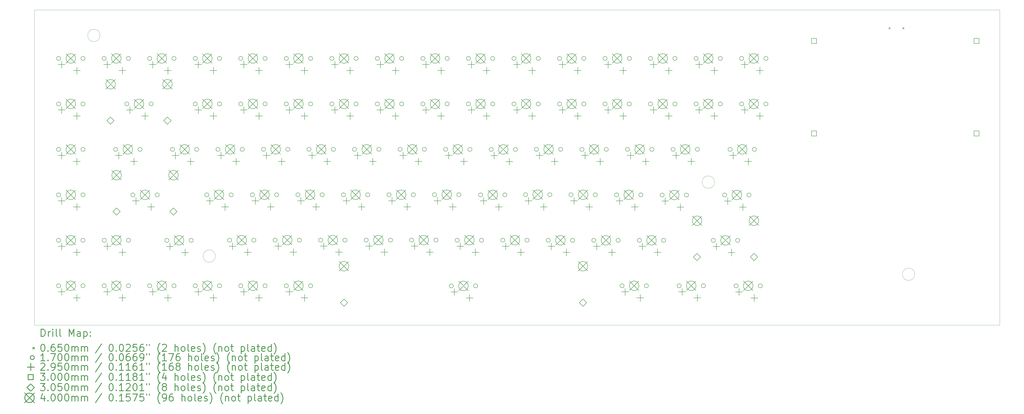
<source format=gbr>
%FSLAX45Y45*%
G04 Gerber Fmt 4.5, Leading zero omitted, Abs format (unit mm)*
G04 Created by KiCad (PCBNEW (5.1.12)-1) date 2022-01-08 21:53:54*
%MOMM*%
%LPD*%
G01*
G04 APERTURE LIST*
%TA.AperFunction,Profile*%
%ADD10C,0.050000*%
%TD*%
%ADD11C,0.200000*%
%ADD12C,0.300000*%
G04 APERTURE END LIST*
D10*
X-4064000Y-9652000D02*
X36322000Y-9652000D01*
X-4064000Y3556000D02*
X-4064000Y-9652000D01*
X36322000Y3556000D02*
X-4064000Y3556000D01*
X36322000Y-9652000D02*
X36322000Y3556000D01*
X-1315770Y2489200D02*
G75*
G03*
X-1315770Y2489200I-259030J0D01*
G01*
X32771030Y-7518400D02*
G75*
G03*
X32771030Y-7518400I-259030J0D01*
G01*
X24389030Y-3657600D02*
G75*
G03*
X24389030Y-3657600I-259030J0D01*
G01*
X3510230Y-6756400D02*
G75*
G03*
X3510230Y-6756400I-259030J0D01*
G01*
D11*
X31682500Y2820500D02*
X31747500Y2755500D01*
X31747500Y2820500D02*
X31682500Y2755500D01*
X32260500Y2820500D02*
X32325500Y2755500D01*
X32325500Y2820500D02*
X32260500Y2755500D01*
X-2963000Y1524000D02*
G75*
G03*
X-2963000Y1524000I-85000J0D01*
G01*
X-2963000Y-381000D02*
G75*
G03*
X-2963000Y-381000I-85000J0D01*
G01*
X-2963000Y-2286000D02*
G75*
G03*
X-2963000Y-2286000I-85000J0D01*
G01*
X-2963000Y-4191000D02*
G75*
G03*
X-2963000Y-4191000I-85000J0D01*
G01*
X-2963000Y-6096000D02*
G75*
G03*
X-2963000Y-6096000I-85000J0D01*
G01*
X-2963000Y-8001000D02*
G75*
G03*
X-2963000Y-8001000I-85000J0D01*
G01*
X-1947000Y1524000D02*
G75*
G03*
X-1947000Y1524000I-85000J0D01*
G01*
X-1947000Y-381000D02*
G75*
G03*
X-1947000Y-381000I-85000J0D01*
G01*
X-1947000Y-2286000D02*
G75*
G03*
X-1947000Y-2286000I-85000J0D01*
G01*
X-1947000Y-4191000D02*
G75*
G03*
X-1947000Y-4191000I-85000J0D01*
G01*
X-1947000Y-6096000D02*
G75*
G03*
X-1947000Y-6096000I-85000J0D01*
G01*
X-1947000Y-8001000D02*
G75*
G03*
X-1947000Y-8001000I-85000J0D01*
G01*
X-1058000Y1524000D02*
G75*
G03*
X-1058000Y1524000I-85000J0D01*
G01*
X-1058000Y-8001000D02*
G75*
G03*
X-1058000Y-8001000I-85000J0D01*
G01*
X-1055400Y-6094270D02*
G75*
G03*
X-1055400Y-6094270I-85000J0D01*
G01*
X-576000Y-2286000D02*
G75*
G03*
X-576000Y-2286000I-85000J0D01*
G01*
X-108594Y-380220D02*
G75*
G03*
X-108594Y-380220I-85000J0D01*
G01*
X-108594Y-380220D02*
G75*
G03*
X-108594Y-380220I-85000J0D01*
G01*
X-42000Y1524000D02*
G75*
G03*
X-42000Y1524000I-85000J0D01*
G01*
X-42000Y-8001000D02*
G75*
G03*
X-42000Y-8001000I-85000J0D01*
G01*
X-39400Y-6094270D02*
G75*
G03*
X-39400Y-6094270I-85000J0D01*
G01*
X142993Y-4191663D02*
G75*
G03*
X142993Y-4191663I-85000J0D01*
G01*
X142993Y-4191663D02*
G75*
G03*
X142993Y-4191663I-85000J0D01*
G01*
X440000Y-2286000D02*
G75*
G03*
X440000Y-2286000I-85000J0D01*
G01*
X847000Y1524000D02*
G75*
G03*
X847000Y1524000I-85000J0D01*
G01*
X847000Y-8001000D02*
G75*
G03*
X847000Y-8001000I-85000J0D01*
G01*
X907406Y-380220D02*
G75*
G03*
X907406Y-380220I-85000J0D01*
G01*
X907406Y-380220D02*
G75*
G03*
X907406Y-380220I-85000J0D01*
G01*
X1158993Y-4191663D02*
G75*
G03*
X1158993Y-4191663I-85000J0D01*
G01*
X1158993Y-4191663D02*
G75*
G03*
X1158993Y-4191663I-85000J0D01*
G01*
X1565308Y-6097966D02*
G75*
G03*
X1565308Y-6097966I-85000J0D01*
G01*
X1798900Y-2286000D02*
G75*
G03*
X1798900Y-2286000I-85000J0D01*
G01*
X1863000Y1524000D02*
G75*
G03*
X1863000Y1524000I-85000J0D01*
G01*
X1863000Y-8001000D02*
G75*
G03*
X1863000Y-8001000I-85000J0D01*
G01*
X2581308Y-6097966D02*
G75*
G03*
X2581308Y-6097966I-85000J0D01*
G01*
X2752000Y1524000D02*
G75*
G03*
X2752000Y1524000I-85000J0D01*
G01*
X2752000Y-381000D02*
G75*
G03*
X2752000Y-381000I-85000J0D01*
G01*
X2752000Y-8001000D02*
G75*
G03*
X2752000Y-8001000I-85000J0D01*
G01*
X2814900Y-2286000D02*
G75*
G03*
X2814900Y-2286000I-85000J0D01*
G01*
X3236978Y-4190209D02*
G75*
G03*
X3236978Y-4190209I-85000J0D01*
G01*
X3703266Y-2284270D02*
G75*
G03*
X3703266Y-2284270I-85000J0D01*
G01*
X3768000Y1524000D02*
G75*
G03*
X3768000Y1524000I-85000J0D01*
G01*
X3768000Y-381000D02*
G75*
G03*
X3768000Y-381000I-85000J0D01*
G01*
X3768000Y-8001000D02*
G75*
G03*
X3768000Y-8001000I-85000J0D01*
G01*
X4187977Y-6091719D02*
G75*
G03*
X4187977Y-6091719I-85000J0D01*
G01*
X4252978Y-4190209D02*
G75*
G03*
X4252978Y-4190209I-85000J0D01*
G01*
X4657000Y1524000D02*
G75*
G03*
X4657000Y1524000I-85000J0D01*
G01*
X4657000Y-381000D02*
G75*
G03*
X4657000Y-381000I-85000J0D01*
G01*
X4657000Y-8001000D02*
G75*
G03*
X4657000Y-8001000I-85000J0D01*
G01*
X4719266Y-2284270D02*
G75*
G03*
X4719266Y-2284270I-85000J0D01*
G01*
X5141978Y-4187501D02*
G75*
G03*
X5141978Y-4187501I-85000J0D01*
G01*
X5203977Y-6091719D02*
G75*
G03*
X5203977Y-6091719I-85000J0D01*
G01*
X5608266Y-2284270D02*
G75*
G03*
X5608266Y-2284270I-85000J0D01*
G01*
X5673000Y1524000D02*
G75*
G03*
X5673000Y1524000I-85000J0D01*
G01*
X5673000Y-381000D02*
G75*
G03*
X5673000Y-381000I-85000J0D01*
G01*
X5673000Y-8001000D02*
G75*
G03*
X5673000Y-8001000I-85000J0D01*
G01*
X6094198Y-6087115D02*
G75*
G03*
X6094198Y-6087115I-85000J0D01*
G01*
X6157978Y-4187501D02*
G75*
G03*
X6157978Y-4187501I-85000J0D01*
G01*
X6562000Y1524000D02*
G75*
G03*
X6562000Y1524000I-85000J0D01*
G01*
X6562000Y-381000D02*
G75*
G03*
X6562000Y-381000I-85000J0D01*
G01*
X6562000Y-8001000D02*
G75*
G03*
X6562000Y-8001000I-85000J0D01*
G01*
X6624266Y-2284270D02*
G75*
G03*
X6624266Y-2284270I-85000J0D01*
G01*
X7046978Y-4187501D02*
G75*
G03*
X7046978Y-4187501I-85000J0D01*
G01*
X7110198Y-6087115D02*
G75*
G03*
X7110198Y-6087115I-85000J0D01*
G01*
X7513266Y-2284270D02*
G75*
G03*
X7513266Y-2284270I-85000J0D01*
G01*
X7578000Y1524000D02*
G75*
G03*
X7578000Y1524000I-85000J0D01*
G01*
X7578000Y-381000D02*
G75*
G03*
X7578000Y-381000I-85000J0D01*
G01*
X7578000Y-8001000D02*
G75*
G03*
X7578000Y-8001000I-85000J0D01*
G01*
X7999198Y-6087115D02*
G75*
G03*
X7999198Y-6087115I-85000J0D01*
G01*
X8062978Y-4187501D02*
G75*
G03*
X8062978Y-4187501I-85000J0D01*
G01*
X8467000Y1524000D02*
G75*
G03*
X8467000Y1524000I-85000J0D01*
G01*
X8467000Y-381000D02*
G75*
G03*
X8467000Y-381000I-85000J0D01*
G01*
X8529266Y-2284270D02*
G75*
G03*
X8529266Y-2284270I-85000J0D01*
G01*
X8951978Y-4187501D02*
G75*
G03*
X8951978Y-4187501I-85000J0D01*
G01*
X9015198Y-6087115D02*
G75*
G03*
X9015198Y-6087115I-85000J0D01*
G01*
X9418266Y-2284270D02*
G75*
G03*
X9418266Y-2284270I-85000J0D01*
G01*
X9483000Y1524000D02*
G75*
G03*
X9483000Y1524000I-85000J0D01*
G01*
X9483000Y-381000D02*
G75*
G03*
X9483000Y-381000I-85000J0D01*
G01*
X9904198Y-6087115D02*
G75*
G03*
X9904198Y-6087115I-85000J0D01*
G01*
X9967978Y-4187501D02*
G75*
G03*
X9967978Y-4187501I-85000J0D01*
G01*
X10372000Y1524000D02*
G75*
G03*
X10372000Y1524000I-85000J0D01*
G01*
X10372000Y-381000D02*
G75*
G03*
X10372000Y-381000I-85000J0D01*
G01*
X10434266Y-2284270D02*
G75*
G03*
X10434266Y-2284270I-85000J0D01*
G01*
X10859145Y-4186711D02*
G75*
G03*
X10859145Y-4186711I-85000J0D01*
G01*
X10920198Y-6087115D02*
G75*
G03*
X10920198Y-6087115I-85000J0D01*
G01*
X11323266Y-2284270D02*
G75*
G03*
X11323266Y-2284270I-85000J0D01*
G01*
X11388000Y1524000D02*
G75*
G03*
X11388000Y1524000I-85000J0D01*
G01*
X11388000Y-381000D02*
G75*
G03*
X11388000Y-381000I-85000J0D01*
G01*
X11803828Y-6085386D02*
G75*
G03*
X11803828Y-6085386I-85000J0D01*
G01*
X11875145Y-4186711D02*
G75*
G03*
X11875145Y-4186711I-85000J0D01*
G01*
X12277000Y1524000D02*
G75*
G03*
X12277000Y1524000I-85000J0D01*
G01*
X12277000Y-381000D02*
G75*
G03*
X12277000Y-381000I-85000J0D01*
G01*
X12339266Y-2284270D02*
G75*
G03*
X12339266Y-2284270I-85000J0D01*
G01*
X12764145Y-4184003D02*
G75*
G03*
X12764145Y-4184003I-85000J0D01*
G01*
X12819828Y-6085386D02*
G75*
G03*
X12819828Y-6085386I-85000J0D01*
G01*
X13228266Y-2284270D02*
G75*
G03*
X13228266Y-2284270I-85000J0D01*
G01*
X13293000Y1524000D02*
G75*
G03*
X13293000Y1524000I-85000J0D01*
G01*
X13293000Y-381000D02*
G75*
G03*
X13293000Y-381000I-85000J0D01*
G01*
X13465068Y-8006571D02*
G75*
G03*
X13465068Y-8006571I-85000J0D01*
G01*
X13465068Y-8006571D02*
G75*
G03*
X13465068Y-8006571I-85000J0D01*
G01*
X13712809Y-6092030D02*
G75*
G03*
X13712809Y-6092030I-85000J0D01*
G01*
X13780145Y-4184003D02*
G75*
G03*
X13780145Y-4184003I-85000J0D01*
G01*
X14182000Y1524000D02*
G75*
G03*
X14182000Y1524000I-85000J0D01*
G01*
X14182000Y-381000D02*
G75*
G03*
X14182000Y-381000I-85000J0D01*
G01*
X14244266Y-2284270D02*
G75*
G03*
X14244266Y-2284270I-85000J0D01*
G01*
X14481068Y-8006571D02*
G75*
G03*
X14481068Y-8006571I-85000J0D01*
G01*
X14481068Y-8006571D02*
G75*
G03*
X14481068Y-8006571I-85000J0D01*
G01*
X14690000Y-4191000D02*
G75*
G03*
X14690000Y-4191000I-85000J0D01*
G01*
X14728809Y-6092030D02*
G75*
G03*
X14728809Y-6092030I-85000J0D01*
G01*
X15132189Y-2288949D02*
G75*
G03*
X15132189Y-2288949I-85000J0D01*
G01*
X15198000Y1524000D02*
G75*
G03*
X15198000Y1524000I-85000J0D01*
G01*
X15198000Y-381000D02*
G75*
G03*
X15198000Y-381000I-85000J0D01*
G01*
X15618202Y-6091452D02*
G75*
G03*
X15618202Y-6091452I-85000J0D01*
G01*
X15706000Y-4191000D02*
G75*
G03*
X15706000Y-4191000I-85000J0D01*
G01*
X16087000Y1524000D02*
G75*
G03*
X16087000Y1524000I-85000J0D01*
G01*
X16087000Y-381000D02*
G75*
G03*
X16087000Y-381000I-85000J0D01*
G01*
X16148189Y-2288949D02*
G75*
G03*
X16148189Y-2288949I-85000J0D01*
G01*
X16570480Y-4184297D02*
G75*
G03*
X16570480Y-4184297I-85000J0D01*
G01*
X16634202Y-6091452D02*
G75*
G03*
X16634202Y-6091452I-85000J0D01*
G01*
X17026885Y-2285387D02*
G75*
G03*
X17026885Y-2285387I-85000J0D01*
G01*
X17103000Y1524000D02*
G75*
G03*
X17103000Y1524000I-85000J0D01*
G01*
X17103000Y-381000D02*
G75*
G03*
X17103000Y-381000I-85000J0D01*
G01*
X17522100Y-6096000D02*
G75*
G03*
X17522100Y-6096000I-85000J0D01*
G01*
X17586480Y-4184297D02*
G75*
G03*
X17586480Y-4184297I-85000J0D01*
G01*
X17992000Y1524000D02*
G75*
G03*
X17992000Y1524000I-85000J0D01*
G01*
X17992000Y-381000D02*
G75*
G03*
X17992000Y-381000I-85000J0D01*
G01*
X18042885Y-2285387D02*
G75*
G03*
X18042885Y-2285387I-85000J0D01*
G01*
X18472095Y-4188108D02*
G75*
G03*
X18472095Y-4188108I-85000J0D01*
G01*
X18538100Y-6096000D02*
G75*
G03*
X18538100Y-6096000I-85000J0D01*
G01*
X18931924Y-2285387D02*
G75*
G03*
X18931924Y-2285387I-85000J0D01*
G01*
X19008000Y1524000D02*
G75*
G03*
X19008000Y1524000I-85000J0D01*
G01*
X19008000Y-381000D02*
G75*
G03*
X19008000Y-381000I-85000J0D01*
G01*
X19427100Y-6096000D02*
G75*
G03*
X19427100Y-6096000I-85000J0D01*
G01*
X19488095Y-4188108D02*
G75*
G03*
X19488095Y-4188108I-85000J0D01*
G01*
X19897000Y1524000D02*
G75*
G03*
X19897000Y1524000I-85000J0D01*
G01*
X19897000Y-381000D02*
G75*
G03*
X19897000Y-381000I-85000J0D01*
G01*
X19947924Y-2285387D02*
G75*
G03*
X19947924Y-2285387I-85000J0D01*
G01*
X20379000Y-4191000D02*
G75*
G03*
X20379000Y-4191000I-85000J0D01*
G01*
X20443100Y-6096000D02*
G75*
G03*
X20443100Y-6096000I-85000J0D01*
G01*
X20607600Y-8001000D02*
G75*
G03*
X20607600Y-8001000I-85000J0D01*
G01*
X20836962Y-2285387D02*
G75*
G03*
X20836962Y-2285387I-85000J0D01*
G01*
X20913000Y1524000D02*
G75*
G03*
X20913000Y1524000I-85000J0D01*
G01*
X20913000Y-381000D02*
G75*
G03*
X20913000Y-381000I-85000J0D01*
G01*
X21332100Y-6096000D02*
G75*
G03*
X21332100Y-6096000I-85000J0D01*
G01*
X21395000Y-4191000D02*
G75*
G03*
X21395000Y-4191000I-85000J0D01*
G01*
X21623600Y-8001000D02*
G75*
G03*
X21623600Y-8001000I-85000J0D01*
G01*
X21802000Y1524000D02*
G75*
G03*
X21802000Y1524000I-85000J0D01*
G01*
X21802000Y-381000D02*
G75*
G03*
X21802000Y-381000I-85000J0D01*
G01*
X21852962Y-2285387D02*
G75*
G03*
X21852962Y-2285387I-85000J0D01*
G01*
X22285777Y-4199231D02*
G75*
G03*
X22285777Y-4199231I-85000J0D01*
G01*
X22348100Y-6096000D02*
G75*
G03*
X22348100Y-6096000I-85000J0D01*
G01*
X22742000Y-2285387D02*
G75*
G03*
X22742000Y-2285387I-85000J0D01*
G01*
X22818000Y1524000D02*
G75*
G03*
X22818000Y1524000I-85000J0D01*
G01*
X22818000Y-381000D02*
G75*
G03*
X22818000Y-381000I-85000J0D01*
G01*
X22995800Y-8001000D02*
G75*
G03*
X22995800Y-8001000I-85000J0D01*
G01*
X23301777Y-4199231D02*
G75*
G03*
X23301777Y-4199231I-85000J0D01*
G01*
X23707000Y1524000D02*
G75*
G03*
X23707000Y1524000I-85000J0D01*
G01*
X23707000Y-381000D02*
G75*
G03*
X23707000Y-381000I-85000J0D01*
G01*
X23758000Y-2285387D02*
G75*
G03*
X23758000Y-2285387I-85000J0D01*
G01*
X24011800Y-8001000D02*
G75*
G03*
X24011800Y-8001000I-85000J0D01*
G01*
X24428071Y-6099743D02*
G75*
G03*
X24428071Y-6099743I-85000J0D01*
G01*
X24428071Y-6099743D02*
G75*
G03*
X24428071Y-6099743I-85000J0D01*
G01*
X24723000Y1524000D02*
G75*
G03*
X24723000Y1524000I-85000J0D01*
G01*
X24723000Y-381000D02*
G75*
G03*
X24723000Y-381000I-85000J0D01*
G01*
X24902249Y-4195792D02*
G75*
G03*
X24902249Y-4195792I-85000J0D01*
G01*
X25129400Y-2286000D02*
G75*
G03*
X25129400Y-2286000I-85000J0D01*
G01*
X25378966Y-8003567D02*
G75*
G03*
X25378966Y-8003567I-85000J0D01*
G01*
X25444071Y-6099743D02*
G75*
G03*
X25444071Y-6099743I-85000J0D01*
G01*
X25444071Y-6099743D02*
G75*
G03*
X25444071Y-6099743I-85000J0D01*
G01*
X25612000Y1524000D02*
G75*
G03*
X25612000Y1524000I-85000J0D01*
G01*
X25612000Y-381000D02*
G75*
G03*
X25612000Y-381000I-85000J0D01*
G01*
X25918249Y-4195792D02*
G75*
G03*
X25918249Y-4195792I-85000J0D01*
G01*
X26145400Y-2286000D02*
G75*
G03*
X26145400Y-2286000I-85000J0D01*
G01*
X26394966Y-8003567D02*
G75*
G03*
X26394966Y-8003567I-85000J0D01*
G01*
X26628000Y1524000D02*
G75*
G03*
X26628000Y1524000I-85000J0D01*
G01*
X26628000Y-381000D02*
G75*
G03*
X26628000Y-381000I-85000J0D01*
G01*
X-2921000Y1417500D02*
X-2921000Y1122500D01*
X-3068500Y1270000D02*
X-2773500Y1270000D01*
X-2921000Y-487500D02*
X-2921000Y-782500D01*
X-3068500Y-635000D02*
X-2773500Y-635000D01*
X-2921000Y-2392500D02*
X-2921000Y-2687500D01*
X-3068500Y-2540000D02*
X-2773500Y-2540000D01*
X-2921000Y-4297500D02*
X-2921000Y-4592500D01*
X-3068500Y-4445000D02*
X-2773500Y-4445000D01*
X-2921000Y-6202500D02*
X-2921000Y-6497500D01*
X-3068500Y-6350000D02*
X-2773500Y-6350000D01*
X-2921000Y-8107500D02*
X-2921000Y-8402500D01*
X-3068500Y-8255000D02*
X-2773500Y-8255000D01*
X-2286000Y1163500D02*
X-2286000Y868500D01*
X-2433500Y1016000D02*
X-2138500Y1016000D01*
X-2286000Y-741500D02*
X-2286000Y-1036500D01*
X-2433500Y-889000D02*
X-2138500Y-889000D01*
X-2286000Y-2646500D02*
X-2286000Y-2941500D01*
X-2433500Y-2794000D02*
X-2138500Y-2794000D01*
X-2286000Y-4551500D02*
X-2286000Y-4846500D01*
X-2433500Y-4699000D02*
X-2138500Y-4699000D01*
X-2286000Y-6456500D02*
X-2286000Y-6751500D01*
X-2433500Y-6604000D02*
X-2138500Y-6604000D01*
X-2286000Y-8361500D02*
X-2286000Y-8656500D01*
X-2433500Y-8509000D02*
X-2138500Y-8509000D01*
X-1016000Y1417500D02*
X-1016000Y1122500D01*
X-1163500Y1270000D02*
X-868500Y1270000D01*
X-1016000Y-8107500D02*
X-1016000Y-8402500D01*
X-1163500Y-8255000D02*
X-868500Y-8255000D01*
X-1013400Y-6200770D02*
X-1013400Y-6495770D01*
X-1160900Y-6348270D02*
X-865900Y-6348270D01*
X-534000Y-2392500D02*
X-534000Y-2687500D01*
X-681500Y-2540000D02*
X-386500Y-2540000D01*
X-381000Y1163500D02*
X-381000Y868500D01*
X-528500Y1016000D02*
X-233500Y1016000D01*
X-381000Y-8361500D02*
X-381000Y-8656500D01*
X-528500Y-8509000D02*
X-233500Y-8509000D01*
X-378400Y-6454770D02*
X-378400Y-6749770D01*
X-525900Y-6602270D02*
X-230900Y-6602270D01*
X-66594Y-486720D02*
X-66594Y-781720D01*
X-214094Y-634220D02*
X80906Y-634220D01*
X101000Y-2646500D02*
X101000Y-2941500D01*
X-46500Y-2794000D02*
X248500Y-2794000D01*
X184993Y-4298164D02*
X184993Y-4593164D01*
X37493Y-4445664D02*
X332493Y-4445664D01*
X568406Y-740720D02*
X568406Y-1035720D01*
X420906Y-888220D02*
X715906Y-888220D01*
X819993Y-4552164D02*
X819993Y-4847164D01*
X672493Y-4699664D02*
X967493Y-4699664D01*
X889000Y1417500D02*
X889000Y1122500D01*
X741500Y1270000D02*
X1036500Y1270000D01*
X889000Y-8107500D02*
X889000Y-8402500D01*
X741500Y-8255000D02*
X1036500Y-8255000D01*
X1524000Y1163500D02*
X1524000Y868500D01*
X1376500Y1016000D02*
X1671500Y1016000D01*
X1524000Y-8361500D02*
X1524000Y-8656500D01*
X1376500Y-8509000D02*
X1671500Y-8509000D01*
X1607308Y-6204466D02*
X1607308Y-6499466D01*
X1459808Y-6351966D02*
X1754808Y-6351966D01*
X1840900Y-2392500D02*
X1840900Y-2687500D01*
X1693400Y-2540000D02*
X1988400Y-2540000D01*
X2242308Y-6458466D02*
X2242308Y-6753466D01*
X2094808Y-6605966D02*
X2389808Y-6605966D01*
X2475900Y-2646500D02*
X2475900Y-2941500D01*
X2328400Y-2794000D02*
X2623400Y-2794000D01*
X2794000Y1417500D02*
X2794000Y1122500D01*
X2646500Y1270000D02*
X2941500Y1270000D01*
X2794000Y-487500D02*
X2794000Y-782500D01*
X2646500Y-635000D02*
X2941500Y-635000D01*
X2794000Y-8107500D02*
X2794000Y-8402500D01*
X2646500Y-8255000D02*
X2941500Y-8255000D01*
X3278978Y-4296710D02*
X3278978Y-4591710D01*
X3131478Y-4444210D02*
X3426478Y-4444210D01*
X3429000Y1163500D02*
X3429000Y868500D01*
X3281500Y1016000D02*
X3576500Y1016000D01*
X3429000Y-741500D02*
X3429000Y-1036500D01*
X3281500Y-889000D02*
X3576500Y-889000D01*
X3429000Y-8361500D02*
X3429000Y-8656500D01*
X3281500Y-8509000D02*
X3576500Y-8509000D01*
X3745266Y-2390770D02*
X3745266Y-2685770D01*
X3597766Y-2538270D02*
X3892766Y-2538270D01*
X3913978Y-4550710D02*
X3913978Y-4845710D01*
X3766478Y-4698210D02*
X4061478Y-4698210D01*
X4229977Y-6198219D02*
X4229977Y-6493219D01*
X4082477Y-6345719D02*
X4377477Y-6345719D01*
X4380266Y-2644770D02*
X4380266Y-2939770D01*
X4232766Y-2792270D02*
X4527766Y-2792270D01*
X4699000Y1417500D02*
X4699000Y1122500D01*
X4551500Y1270000D02*
X4846500Y1270000D01*
X4699000Y-487500D02*
X4699000Y-782500D01*
X4551500Y-635000D02*
X4846500Y-635000D01*
X4699000Y-8107500D02*
X4699000Y-8402500D01*
X4551500Y-8255000D02*
X4846500Y-8255000D01*
X4864977Y-6452219D02*
X4864977Y-6747219D01*
X4717477Y-6599719D02*
X5012477Y-6599719D01*
X5183978Y-4294001D02*
X5183978Y-4589001D01*
X5036478Y-4441501D02*
X5331478Y-4441501D01*
X5334000Y1163500D02*
X5334000Y868500D01*
X5186500Y1016000D02*
X5481500Y1016000D01*
X5334000Y-741500D02*
X5334000Y-1036500D01*
X5186500Y-889000D02*
X5481500Y-889000D01*
X5334000Y-8361500D02*
X5334000Y-8656500D01*
X5186500Y-8509000D02*
X5481500Y-8509000D01*
X5650266Y-2390770D02*
X5650266Y-2685770D01*
X5502766Y-2538270D02*
X5797766Y-2538270D01*
X5818978Y-4548001D02*
X5818978Y-4843001D01*
X5671478Y-4695501D02*
X5966478Y-4695501D01*
X6136198Y-6193615D02*
X6136198Y-6488615D01*
X5988698Y-6341115D02*
X6283698Y-6341115D01*
X6285266Y-2644770D02*
X6285266Y-2939770D01*
X6137766Y-2792270D02*
X6432766Y-2792270D01*
X6604000Y1417500D02*
X6604000Y1122500D01*
X6456500Y1270000D02*
X6751500Y1270000D01*
X6604000Y-487500D02*
X6604000Y-782500D01*
X6456500Y-635000D02*
X6751500Y-635000D01*
X6604000Y-8107500D02*
X6604000Y-8402500D01*
X6456500Y-8255000D02*
X6751500Y-8255000D01*
X6771198Y-6447615D02*
X6771198Y-6742615D01*
X6623698Y-6595115D02*
X6918698Y-6595115D01*
X7088978Y-4294001D02*
X7088978Y-4589001D01*
X6941478Y-4441501D02*
X7236478Y-4441501D01*
X7239000Y1163500D02*
X7239000Y868500D01*
X7091500Y1016000D02*
X7386500Y1016000D01*
X7239000Y-741500D02*
X7239000Y-1036500D01*
X7091500Y-889000D02*
X7386500Y-889000D01*
X7239000Y-8361500D02*
X7239000Y-8656500D01*
X7091500Y-8509000D02*
X7386500Y-8509000D01*
X7555266Y-2390770D02*
X7555266Y-2685770D01*
X7407766Y-2538270D02*
X7702766Y-2538270D01*
X7723978Y-4548001D02*
X7723978Y-4843001D01*
X7576478Y-4695501D02*
X7871478Y-4695501D01*
X8041198Y-6193615D02*
X8041198Y-6488615D01*
X7893698Y-6341115D02*
X8188698Y-6341115D01*
X8190266Y-2644770D02*
X8190266Y-2939770D01*
X8042766Y-2792270D02*
X8337766Y-2792270D01*
X8509000Y1417500D02*
X8509000Y1122500D01*
X8361500Y1270000D02*
X8656500Y1270000D01*
X8509000Y-487500D02*
X8509000Y-782500D01*
X8361500Y-635000D02*
X8656500Y-635000D01*
X8676198Y-6447615D02*
X8676198Y-6742615D01*
X8528698Y-6595115D02*
X8823698Y-6595115D01*
X8993978Y-4294001D02*
X8993978Y-4589001D01*
X8846478Y-4441501D02*
X9141478Y-4441501D01*
X9144000Y1163500D02*
X9144000Y868500D01*
X8996500Y1016000D02*
X9291500Y1016000D01*
X9144000Y-741500D02*
X9144000Y-1036500D01*
X8996500Y-889000D02*
X9291500Y-889000D01*
X9460266Y-2390770D02*
X9460266Y-2685770D01*
X9312766Y-2538270D02*
X9607766Y-2538270D01*
X9628978Y-4548001D02*
X9628978Y-4843001D01*
X9481478Y-4695501D02*
X9776478Y-4695501D01*
X9946198Y-6193615D02*
X9946198Y-6488615D01*
X9798698Y-6341115D02*
X10093698Y-6341115D01*
X10095266Y-2644770D02*
X10095266Y-2939770D01*
X9947766Y-2792270D02*
X10242766Y-2792270D01*
X10414000Y1417500D02*
X10414000Y1122500D01*
X10266500Y1270000D02*
X10561500Y1270000D01*
X10414000Y-487500D02*
X10414000Y-782500D01*
X10266500Y-635000D02*
X10561500Y-635000D01*
X10581198Y-6447615D02*
X10581198Y-6742615D01*
X10433698Y-6595115D02*
X10728698Y-6595115D01*
X10901145Y-4293211D02*
X10901145Y-4588211D01*
X10753645Y-4440711D02*
X11048645Y-4440711D01*
X11049000Y1163500D02*
X11049000Y868500D01*
X10901500Y1016000D02*
X11196500Y1016000D01*
X11049000Y-741500D02*
X11049000Y-1036500D01*
X10901500Y-889000D02*
X11196500Y-889000D01*
X11365266Y-2390770D02*
X11365266Y-2685770D01*
X11217766Y-2538270D02*
X11512766Y-2538270D01*
X11536145Y-4547211D02*
X11536145Y-4842211D01*
X11388645Y-4694711D02*
X11683645Y-4694711D01*
X11845828Y-6191886D02*
X11845828Y-6486886D01*
X11698328Y-6339386D02*
X11993328Y-6339386D01*
X12000266Y-2644770D02*
X12000266Y-2939770D01*
X11852766Y-2792270D02*
X12147766Y-2792270D01*
X12319000Y1417500D02*
X12319000Y1122500D01*
X12171500Y1270000D02*
X12466500Y1270000D01*
X12319000Y-487500D02*
X12319000Y-782500D01*
X12171500Y-635000D02*
X12466500Y-635000D01*
X12480828Y-6445886D02*
X12480828Y-6740886D01*
X12333328Y-6593386D02*
X12628328Y-6593386D01*
X12806145Y-4290503D02*
X12806145Y-4585503D01*
X12658645Y-4438003D02*
X12953645Y-4438003D01*
X12954000Y1163500D02*
X12954000Y868500D01*
X12806500Y1016000D02*
X13101500Y1016000D01*
X12954000Y-741500D02*
X12954000Y-1036500D01*
X12806500Y-889000D02*
X13101500Y-889000D01*
X13270266Y-2390770D02*
X13270266Y-2685770D01*
X13122766Y-2538270D02*
X13417766Y-2538270D01*
X13441145Y-4544503D02*
X13441145Y-4839503D01*
X13293645Y-4692003D02*
X13588645Y-4692003D01*
X13507068Y-8113071D02*
X13507068Y-8408071D01*
X13359568Y-8260571D02*
X13654568Y-8260571D01*
X13754809Y-6198530D02*
X13754809Y-6493530D01*
X13607309Y-6346030D02*
X13902309Y-6346030D01*
X13905266Y-2644770D02*
X13905266Y-2939770D01*
X13757766Y-2792270D02*
X14052766Y-2792270D01*
X14142068Y-8367071D02*
X14142068Y-8662071D01*
X13994568Y-8514571D02*
X14289568Y-8514571D01*
X14224000Y1417500D02*
X14224000Y1122500D01*
X14076500Y1270000D02*
X14371500Y1270000D01*
X14224000Y-487500D02*
X14224000Y-782500D01*
X14076500Y-635000D02*
X14371500Y-635000D01*
X14389809Y-6452530D02*
X14389809Y-6747530D01*
X14242309Y-6600030D02*
X14537309Y-6600030D01*
X14732000Y-4297500D02*
X14732000Y-4592500D01*
X14584500Y-4445000D02*
X14879500Y-4445000D01*
X14859000Y1163500D02*
X14859000Y868500D01*
X14711500Y1016000D02*
X15006500Y1016000D01*
X14859000Y-741500D02*
X14859000Y-1036500D01*
X14711500Y-889000D02*
X15006500Y-889000D01*
X15174189Y-2395449D02*
X15174189Y-2690449D01*
X15026689Y-2542949D02*
X15321689Y-2542949D01*
X15367000Y-4551500D02*
X15367000Y-4846500D01*
X15219500Y-4699000D02*
X15514500Y-4699000D01*
X15660202Y-6197952D02*
X15660202Y-6492952D01*
X15512702Y-6345452D02*
X15807702Y-6345452D01*
X15809189Y-2649449D02*
X15809189Y-2944449D01*
X15661689Y-2796949D02*
X15956689Y-2796949D01*
X16129000Y1417500D02*
X16129000Y1122500D01*
X15981500Y1270000D02*
X16276500Y1270000D01*
X16129000Y-487500D02*
X16129000Y-782500D01*
X15981500Y-635000D02*
X16276500Y-635000D01*
X16295202Y-6451952D02*
X16295202Y-6746952D01*
X16147702Y-6599452D02*
X16442702Y-6599452D01*
X16612480Y-4290797D02*
X16612480Y-4585797D01*
X16464980Y-4438297D02*
X16759980Y-4438297D01*
X16764000Y1163500D02*
X16764000Y868500D01*
X16616500Y1016000D02*
X16911500Y1016000D01*
X16764000Y-741500D02*
X16764000Y-1036500D01*
X16616500Y-889000D02*
X16911500Y-889000D01*
X17068885Y-2391887D02*
X17068885Y-2686887D01*
X16921385Y-2539387D02*
X17216385Y-2539387D01*
X17247480Y-4544797D02*
X17247480Y-4839797D01*
X17099980Y-4692297D02*
X17394980Y-4692297D01*
X17564100Y-6202500D02*
X17564100Y-6497500D01*
X17416600Y-6350000D02*
X17711600Y-6350000D01*
X17703885Y-2645887D02*
X17703885Y-2940887D01*
X17556385Y-2793387D02*
X17851385Y-2793387D01*
X18034000Y1417500D02*
X18034000Y1122500D01*
X17886500Y1270000D02*
X18181500Y1270000D01*
X18034000Y-487500D02*
X18034000Y-782500D01*
X17886500Y-635000D02*
X18181500Y-635000D01*
X18199100Y-6456500D02*
X18199100Y-6751500D01*
X18051600Y-6604000D02*
X18346600Y-6604000D01*
X18514095Y-4294608D02*
X18514095Y-4589608D01*
X18366595Y-4442108D02*
X18661595Y-4442108D01*
X18669000Y1163500D02*
X18669000Y868500D01*
X18521500Y1016000D02*
X18816500Y1016000D01*
X18669000Y-741500D02*
X18669000Y-1036500D01*
X18521500Y-889000D02*
X18816500Y-889000D01*
X18973924Y-2391887D02*
X18973924Y-2686887D01*
X18826424Y-2539387D02*
X19121424Y-2539387D01*
X19149095Y-4548608D02*
X19149095Y-4843608D01*
X19001595Y-4696108D02*
X19296595Y-4696108D01*
X19469100Y-6202500D02*
X19469100Y-6497500D01*
X19321600Y-6350000D02*
X19616600Y-6350000D01*
X19608924Y-2645887D02*
X19608924Y-2940887D01*
X19461424Y-2793387D02*
X19756424Y-2793387D01*
X19939000Y1417500D02*
X19939000Y1122500D01*
X19791500Y1270000D02*
X20086500Y1270000D01*
X19939000Y-487500D02*
X19939000Y-782500D01*
X19791500Y-635000D02*
X20086500Y-635000D01*
X20104100Y-6456500D02*
X20104100Y-6751500D01*
X19956600Y-6604000D02*
X20251600Y-6604000D01*
X20421000Y-4297500D02*
X20421000Y-4592500D01*
X20273500Y-4445000D02*
X20568500Y-4445000D01*
X20574000Y1163500D02*
X20574000Y868500D01*
X20426500Y1016000D02*
X20721500Y1016000D01*
X20574000Y-741500D02*
X20574000Y-1036500D01*
X20426500Y-889000D02*
X20721500Y-889000D01*
X20649600Y-8107500D02*
X20649600Y-8402500D01*
X20502100Y-8255000D02*
X20797100Y-8255000D01*
X20878962Y-2391887D02*
X20878962Y-2686887D01*
X20731462Y-2539387D02*
X21026462Y-2539387D01*
X21056000Y-4551500D02*
X21056000Y-4846500D01*
X20908500Y-4699000D02*
X21203500Y-4699000D01*
X21284600Y-8361500D02*
X21284600Y-8656500D01*
X21137100Y-8509000D02*
X21432100Y-8509000D01*
X21374100Y-6202500D02*
X21374100Y-6497500D01*
X21226600Y-6350000D02*
X21521600Y-6350000D01*
X21513962Y-2645887D02*
X21513962Y-2940887D01*
X21366462Y-2793387D02*
X21661462Y-2793387D01*
X21844000Y1417500D02*
X21844000Y1122500D01*
X21696500Y1270000D02*
X21991500Y1270000D01*
X21844000Y-487500D02*
X21844000Y-782500D01*
X21696500Y-635000D02*
X21991500Y-635000D01*
X22009100Y-6456500D02*
X22009100Y-6751500D01*
X21861600Y-6604000D02*
X22156600Y-6604000D01*
X22327777Y-4305731D02*
X22327777Y-4600731D01*
X22180277Y-4453231D02*
X22475277Y-4453231D01*
X22479000Y1163500D02*
X22479000Y868500D01*
X22331500Y1016000D02*
X22626500Y1016000D01*
X22479000Y-741500D02*
X22479000Y-1036500D01*
X22331500Y-889000D02*
X22626500Y-889000D01*
X22784000Y-2391887D02*
X22784000Y-2686887D01*
X22636500Y-2539387D02*
X22931500Y-2539387D01*
X22962777Y-4559731D02*
X22962777Y-4854731D01*
X22815277Y-4707231D02*
X23110277Y-4707231D01*
X23037800Y-8107500D02*
X23037800Y-8402500D01*
X22890300Y-8255000D02*
X23185300Y-8255000D01*
X23419000Y-2645887D02*
X23419000Y-2940887D01*
X23271500Y-2793387D02*
X23566500Y-2793387D01*
X23672800Y-8361500D02*
X23672800Y-8656500D01*
X23525300Y-8509000D02*
X23820300Y-8509000D01*
X23749000Y1417500D02*
X23749000Y1122500D01*
X23601500Y1270000D02*
X23896500Y1270000D01*
X23749000Y-487500D02*
X23749000Y-782500D01*
X23601500Y-635000D02*
X23896500Y-635000D01*
X24384000Y1163500D02*
X24384000Y868500D01*
X24236500Y1016000D02*
X24531500Y1016000D01*
X24384000Y-741500D02*
X24384000Y-1036500D01*
X24236500Y-889000D02*
X24531500Y-889000D01*
X24470071Y-6206243D02*
X24470071Y-6501243D01*
X24322571Y-6353743D02*
X24617571Y-6353743D01*
X24944249Y-4302292D02*
X24944249Y-4597292D01*
X24796749Y-4449792D02*
X25091749Y-4449792D01*
X25105071Y-6460243D02*
X25105071Y-6755243D01*
X24957571Y-6607743D02*
X25252571Y-6607743D01*
X25171400Y-2392500D02*
X25171400Y-2687500D01*
X25023900Y-2540000D02*
X25318900Y-2540000D01*
X25420966Y-8110067D02*
X25420966Y-8405067D01*
X25273466Y-8257567D02*
X25568466Y-8257567D01*
X25579249Y-4556292D02*
X25579249Y-4851292D01*
X25431749Y-4703792D02*
X25726749Y-4703792D01*
X25654000Y1417500D02*
X25654000Y1122500D01*
X25506500Y1270000D02*
X25801500Y1270000D01*
X25654000Y-487500D02*
X25654000Y-782500D01*
X25506500Y-635000D02*
X25801500Y-635000D01*
X25806400Y-2646500D02*
X25806400Y-2941500D01*
X25658900Y-2794000D02*
X25953900Y-2794000D01*
X26055966Y-8364067D02*
X26055966Y-8659067D01*
X25908466Y-8511567D02*
X26203466Y-8511567D01*
X26289000Y1163500D02*
X26289000Y868500D01*
X26141500Y1016000D02*
X26436500Y1016000D01*
X26289000Y-741500D02*
X26289000Y-1036500D01*
X26141500Y-889000D02*
X26436500Y-889000D01*
X28662271Y-1724047D02*
X28662271Y-1511913D01*
X28450137Y-1511913D01*
X28450137Y-1724047D01*
X28662271Y-1724047D01*
X28662779Y2154533D02*
X28662779Y2366667D01*
X28450645Y2366667D01*
X28450645Y2154533D01*
X28662779Y2154533D01*
X35462359Y2155549D02*
X35462359Y2367683D01*
X35250225Y2367683D01*
X35250225Y2155549D01*
X35462359Y2155549D01*
X35463375Y-1724047D02*
X35463375Y-1511913D01*
X35251241Y-1511913D01*
X35251241Y-1724047D01*
X35463375Y-1724047D01*
X-875594Y-1232720D02*
X-723094Y-1080220D01*
X-875594Y-927720D01*
X-1028094Y-1080220D01*
X-875594Y-1232720D01*
X-624007Y-5044164D02*
X-471507Y-4891664D01*
X-624007Y-4739164D01*
X-776507Y-4891664D01*
X-624007Y-5044164D01*
X1504406Y-1232720D02*
X1656906Y-1080220D01*
X1504406Y-927720D01*
X1351906Y-1080220D01*
X1504406Y-1232720D01*
X1755993Y-5044164D02*
X1908493Y-4891664D01*
X1755993Y-4739164D01*
X1603493Y-4891664D01*
X1755993Y-5044164D01*
X8888068Y-8859071D02*
X9040568Y-8706571D01*
X8888068Y-8554071D01*
X8735568Y-8706571D01*
X8888068Y-8859071D01*
X18888068Y-8859071D02*
X19040568Y-8706571D01*
X18888068Y-8554071D01*
X18735568Y-8706571D01*
X18888068Y-8859071D01*
X23661071Y-6952243D02*
X23813571Y-6799743D01*
X23661071Y-6647243D01*
X23508571Y-6799743D01*
X23661071Y-6952243D01*
X26041071Y-6952243D02*
X26193571Y-6799743D01*
X26041071Y-6647243D01*
X25888571Y-6799743D01*
X26041071Y-6952243D01*
X-2740000Y1724000D02*
X-2340000Y1324000D01*
X-2340000Y1724000D02*
X-2740000Y1324000D01*
X-2340000Y1524000D02*
G75*
G03*
X-2340000Y1524000I-200000J0D01*
G01*
X-2740000Y-181000D02*
X-2340000Y-581000D01*
X-2340000Y-181000D02*
X-2740000Y-581000D01*
X-2340000Y-381000D02*
G75*
G03*
X-2340000Y-381000I-200000J0D01*
G01*
X-2740000Y-2086000D02*
X-2340000Y-2486000D01*
X-2340000Y-2086000D02*
X-2740000Y-2486000D01*
X-2340000Y-2286000D02*
G75*
G03*
X-2340000Y-2286000I-200000J0D01*
G01*
X-2740000Y-3991000D02*
X-2340000Y-4391000D01*
X-2340000Y-3991000D02*
X-2740000Y-4391000D01*
X-2340000Y-4191000D02*
G75*
G03*
X-2340000Y-4191000I-200000J0D01*
G01*
X-2740000Y-5896000D02*
X-2340000Y-6296000D01*
X-2340000Y-5896000D02*
X-2740000Y-6296000D01*
X-2340000Y-6096000D02*
G75*
G03*
X-2340000Y-6096000I-200000J0D01*
G01*
X-2740000Y-7801000D02*
X-2340000Y-8201000D01*
X-2340000Y-7801000D02*
X-2740000Y-8201000D01*
X-2340000Y-8001000D02*
G75*
G03*
X-2340000Y-8001000I-200000J0D01*
G01*
X-1075594Y643780D02*
X-675594Y243780D01*
X-675594Y643780D02*
X-1075594Y243780D01*
X-675594Y443780D02*
G75*
G03*
X-675594Y443780I-200000J0D01*
G01*
X-835000Y1724000D02*
X-435000Y1324000D01*
X-435000Y1724000D02*
X-835000Y1324000D01*
X-435000Y1524000D02*
G75*
G03*
X-435000Y1524000I-200000J0D01*
G01*
X-835000Y-7801000D02*
X-435000Y-8201000D01*
X-435000Y-7801000D02*
X-835000Y-8201000D01*
X-435000Y-8001000D02*
G75*
G03*
X-435000Y-8001000I-200000J0D01*
G01*
X-832400Y-5894270D02*
X-432400Y-6294270D01*
X-432400Y-5894270D02*
X-832400Y-6294270D01*
X-432400Y-6094270D02*
G75*
G03*
X-432400Y-6094270I-200000J0D01*
G01*
X-824007Y-3167663D02*
X-424007Y-3567663D01*
X-424007Y-3167663D02*
X-824007Y-3567663D01*
X-424007Y-3367663D02*
G75*
G03*
X-424007Y-3367663I-200000J0D01*
G01*
X-353000Y-2086000D02*
X47000Y-2486000D01*
X47000Y-2086000D02*
X-353000Y-2486000D01*
X47000Y-2286000D02*
G75*
G03*
X47000Y-2286000I-200000J0D01*
G01*
X114406Y-180220D02*
X514406Y-580220D01*
X514406Y-180220D02*
X114406Y-580220D01*
X514406Y-380220D02*
G75*
G03*
X514406Y-380220I-200000J0D01*
G01*
X114406Y-180220D02*
X514406Y-580220D01*
X514406Y-180220D02*
X114406Y-580220D01*
X514406Y-380220D02*
G75*
G03*
X514406Y-380220I-200000J0D01*
G01*
X365993Y-3991663D02*
X765993Y-4391664D01*
X765993Y-3991663D02*
X365993Y-4391664D01*
X765993Y-4191663D02*
G75*
G03*
X765993Y-4191663I-200000J0D01*
G01*
X365993Y-3991663D02*
X765993Y-4391664D01*
X765993Y-3991663D02*
X365993Y-4391664D01*
X765993Y-4191663D02*
G75*
G03*
X765993Y-4191663I-200000J0D01*
G01*
X1070000Y1724000D02*
X1470000Y1324000D01*
X1470000Y1724000D02*
X1070000Y1324000D01*
X1470000Y1524000D02*
G75*
G03*
X1470000Y1524000I-200000J0D01*
G01*
X1070000Y-7801000D02*
X1470000Y-8201000D01*
X1470000Y-7801000D02*
X1070000Y-8201000D01*
X1470000Y-8001000D02*
G75*
G03*
X1470000Y-8001000I-200000J0D01*
G01*
X1304406Y643780D02*
X1704406Y243780D01*
X1704406Y643780D02*
X1304406Y243780D01*
X1704406Y443780D02*
G75*
G03*
X1704406Y443780I-200000J0D01*
G01*
X1555993Y-3167663D02*
X1955993Y-3567663D01*
X1955993Y-3167663D02*
X1555993Y-3567663D01*
X1955993Y-3367663D02*
G75*
G03*
X1955993Y-3367663I-200000J0D01*
G01*
X1788308Y-5897966D02*
X2188308Y-6297966D01*
X2188308Y-5897966D02*
X1788308Y-6297966D01*
X2188308Y-6097966D02*
G75*
G03*
X2188308Y-6097966I-200000J0D01*
G01*
X2021900Y-2086000D02*
X2421900Y-2486000D01*
X2421900Y-2086000D02*
X2021900Y-2486000D01*
X2421900Y-2286000D02*
G75*
G03*
X2421900Y-2286000I-200000J0D01*
G01*
X2975000Y1724000D02*
X3375000Y1324000D01*
X3375000Y1724000D02*
X2975000Y1324000D01*
X3375000Y1524000D02*
G75*
G03*
X3375000Y1524000I-200000J0D01*
G01*
X2975000Y-181000D02*
X3375000Y-581000D01*
X3375000Y-181000D02*
X2975000Y-581000D01*
X3375000Y-381000D02*
G75*
G03*
X3375000Y-381000I-200000J0D01*
G01*
X2975000Y-7801000D02*
X3375000Y-8201000D01*
X3375000Y-7801000D02*
X2975000Y-8201000D01*
X3375000Y-8001000D02*
G75*
G03*
X3375000Y-8001000I-200000J0D01*
G01*
X3459978Y-3990209D02*
X3859978Y-4390210D01*
X3859978Y-3990209D02*
X3459978Y-4390210D01*
X3859978Y-4190209D02*
G75*
G03*
X3859978Y-4190209I-200000J0D01*
G01*
X3926266Y-2084270D02*
X4326266Y-2484270D01*
X4326266Y-2084270D02*
X3926266Y-2484270D01*
X4326266Y-2284270D02*
G75*
G03*
X4326266Y-2284270I-200000J0D01*
G01*
X4410977Y-5891719D02*
X4810977Y-6291719D01*
X4810977Y-5891719D02*
X4410977Y-6291719D01*
X4810977Y-6091719D02*
G75*
G03*
X4810977Y-6091719I-200000J0D01*
G01*
X4880000Y1724000D02*
X5280000Y1324000D01*
X5280000Y1724000D02*
X4880000Y1324000D01*
X5280000Y1524000D02*
G75*
G03*
X5280000Y1524000I-200000J0D01*
G01*
X4880000Y-181000D02*
X5280000Y-581000D01*
X5280000Y-181000D02*
X4880000Y-581000D01*
X5280000Y-381000D02*
G75*
G03*
X5280000Y-381000I-200000J0D01*
G01*
X4880000Y-7801000D02*
X5280000Y-8201000D01*
X5280000Y-7801000D02*
X4880000Y-8201000D01*
X5280000Y-8001000D02*
G75*
G03*
X5280000Y-8001000I-200000J0D01*
G01*
X5364978Y-3987501D02*
X5764978Y-4387501D01*
X5764978Y-3987501D02*
X5364978Y-4387501D01*
X5764978Y-4187501D02*
G75*
G03*
X5764978Y-4187501I-200000J0D01*
G01*
X5831266Y-2084270D02*
X6231266Y-2484270D01*
X6231266Y-2084270D02*
X5831266Y-2484270D01*
X6231266Y-2284270D02*
G75*
G03*
X6231266Y-2284270I-200000J0D01*
G01*
X6317198Y-5887115D02*
X6717198Y-6287115D01*
X6717198Y-5887115D02*
X6317198Y-6287115D01*
X6717198Y-6087115D02*
G75*
G03*
X6717198Y-6087115I-200000J0D01*
G01*
X6785000Y1724000D02*
X7185000Y1324000D01*
X7185000Y1724000D02*
X6785000Y1324000D01*
X7185000Y1524000D02*
G75*
G03*
X7185000Y1524000I-200000J0D01*
G01*
X6785000Y-181000D02*
X7185000Y-581000D01*
X7185000Y-181000D02*
X6785000Y-581000D01*
X7185000Y-381000D02*
G75*
G03*
X7185000Y-381000I-200000J0D01*
G01*
X6785000Y-7801000D02*
X7185000Y-8201000D01*
X7185000Y-7801000D02*
X6785000Y-8201000D01*
X7185000Y-8001000D02*
G75*
G03*
X7185000Y-8001000I-200000J0D01*
G01*
X7269978Y-3987501D02*
X7669978Y-4387501D01*
X7669978Y-3987501D02*
X7269978Y-4387501D01*
X7669978Y-4187501D02*
G75*
G03*
X7669978Y-4187501I-200000J0D01*
G01*
X7736266Y-2084270D02*
X8136266Y-2484270D01*
X8136266Y-2084270D02*
X7736266Y-2484270D01*
X8136266Y-2284270D02*
G75*
G03*
X8136266Y-2284270I-200000J0D01*
G01*
X8222198Y-5887115D02*
X8622198Y-6287115D01*
X8622198Y-5887115D02*
X8222198Y-6287115D01*
X8622198Y-6087115D02*
G75*
G03*
X8622198Y-6087115I-200000J0D01*
G01*
X8688068Y-6982571D02*
X9088068Y-7382571D01*
X9088068Y-6982571D02*
X8688068Y-7382571D01*
X9088068Y-7182571D02*
G75*
G03*
X9088068Y-7182571I-200000J0D01*
G01*
X8690000Y1724000D02*
X9090000Y1324000D01*
X9090000Y1724000D02*
X8690000Y1324000D01*
X9090000Y1524000D02*
G75*
G03*
X9090000Y1524000I-200000J0D01*
G01*
X8690000Y-181000D02*
X9090000Y-581000D01*
X9090000Y-181000D02*
X8690000Y-581000D01*
X9090000Y-381000D02*
G75*
G03*
X9090000Y-381000I-200000J0D01*
G01*
X9174978Y-3987501D02*
X9574978Y-4387501D01*
X9574978Y-3987501D02*
X9174978Y-4387501D01*
X9574978Y-4187501D02*
G75*
G03*
X9574978Y-4187501I-200000J0D01*
G01*
X9641266Y-2084270D02*
X10041266Y-2484270D01*
X10041266Y-2084270D02*
X9641266Y-2484270D01*
X10041266Y-2284270D02*
G75*
G03*
X10041266Y-2284270I-200000J0D01*
G01*
X10127198Y-5887115D02*
X10527198Y-6287115D01*
X10527198Y-5887115D02*
X10127198Y-6287115D01*
X10527198Y-6087115D02*
G75*
G03*
X10527198Y-6087115I-200000J0D01*
G01*
X10595000Y1724000D02*
X10995000Y1324000D01*
X10995000Y1724000D02*
X10595000Y1324000D01*
X10995000Y1524000D02*
G75*
G03*
X10995000Y1524000I-200000J0D01*
G01*
X10595000Y-181000D02*
X10995000Y-581000D01*
X10995000Y-181000D02*
X10595000Y-581000D01*
X10995000Y-381000D02*
G75*
G03*
X10995000Y-381000I-200000J0D01*
G01*
X11082145Y-3986711D02*
X11482145Y-4386711D01*
X11482145Y-3986711D02*
X11082145Y-4386711D01*
X11482145Y-4186711D02*
G75*
G03*
X11482145Y-4186711I-200000J0D01*
G01*
X11546266Y-2084270D02*
X11946266Y-2484270D01*
X11946266Y-2084270D02*
X11546266Y-2484270D01*
X11946266Y-2284270D02*
G75*
G03*
X11946266Y-2284270I-200000J0D01*
G01*
X12026828Y-5885386D02*
X12426828Y-6285386D01*
X12426828Y-5885386D02*
X12026828Y-6285386D01*
X12426828Y-6085386D02*
G75*
G03*
X12426828Y-6085386I-200000J0D01*
G01*
X12500000Y1724000D02*
X12900000Y1324000D01*
X12900000Y1724000D02*
X12500000Y1324000D01*
X12900000Y1524000D02*
G75*
G03*
X12900000Y1524000I-200000J0D01*
G01*
X12500000Y-181000D02*
X12900000Y-581000D01*
X12900000Y-181000D02*
X12500000Y-581000D01*
X12900000Y-381000D02*
G75*
G03*
X12900000Y-381000I-200000J0D01*
G01*
X12987145Y-3984003D02*
X13387145Y-4384003D01*
X13387145Y-3984003D02*
X12987145Y-4384003D01*
X13387145Y-4184003D02*
G75*
G03*
X13387145Y-4184003I-200000J0D01*
G01*
X13451266Y-2084270D02*
X13851266Y-2484270D01*
X13851266Y-2084270D02*
X13451266Y-2484270D01*
X13851266Y-2284270D02*
G75*
G03*
X13851266Y-2284270I-200000J0D01*
G01*
X13688068Y-7806571D02*
X14088068Y-8206571D01*
X14088068Y-7806571D02*
X13688068Y-8206571D01*
X14088068Y-8006571D02*
G75*
G03*
X14088068Y-8006571I-200000J0D01*
G01*
X13688068Y-7806571D02*
X14088068Y-8206571D01*
X14088068Y-7806571D02*
X13688068Y-8206571D01*
X14088068Y-8006571D02*
G75*
G03*
X14088068Y-8006571I-200000J0D01*
G01*
X13935809Y-5892030D02*
X14335809Y-6292030D01*
X14335809Y-5892030D02*
X13935809Y-6292030D01*
X14335809Y-6092030D02*
G75*
G03*
X14335809Y-6092030I-200000J0D01*
G01*
X14405000Y1724000D02*
X14805000Y1324000D01*
X14805000Y1724000D02*
X14405000Y1324000D01*
X14805000Y1524000D02*
G75*
G03*
X14805000Y1524000I-200000J0D01*
G01*
X14405000Y-181000D02*
X14805000Y-581000D01*
X14805000Y-181000D02*
X14405000Y-581000D01*
X14805000Y-381000D02*
G75*
G03*
X14805000Y-381000I-200000J0D01*
G01*
X14913000Y-3991000D02*
X15313000Y-4391000D01*
X15313000Y-3991000D02*
X14913000Y-4391000D01*
X15313000Y-4191000D02*
G75*
G03*
X15313000Y-4191000I-200000J0D01*
G01*
X15355189Y-2088949D02*
X15755189Y-2488949D01*
X15755189Y-2088949D02*
X15355189Y-2488949D01*
X15755189Y-2288949D02*
G75*
G03*
X15755189Y-2288949I-200000J0D01*
G01*
X15841202Y-5891452D02*
X16241202Y-6291452D01*
X16241202Y-5891452D02*
X15841202Y-6291452D01*
X16241202Y-6091452D02*
G75*
G03*
X16241202Y-6091452I-200000J0D01*
G01*
X16310000Y1724000D02*
X16710000Y1324000D01*
X16710000Y1724000D02*
X16310000Y1324000D01*
X16710000Y1524000D02*
G75*
G03*
X16710000Y1524000I-200000J0D01*
G01*
X16310000Y-181000D02*
X16710000Y-581000D01*
X16710000Y-181000D02*
X16310000Y-581000D01*
X16710000Y-381000D02*
G75*
G03*
X16710000Y-381000I-200000J0D01*
G01*
X16793480Y-3984297D02*
X17193480Y-4384297D01*
X17193480Y-3984297D02*
X16793480Y-4384297D01*
X17193480Y-4184297D02*
G75*
G03*
X17193480Y-4184297I-200000J0D01*
G01*
X17249885Y-2085387D02*
X17649885Y-2485387D01*
X17649885Y-2085387D02*
X17249885Y-2485387D01*
X17649885Y-2285387D02*
G75*
G03*
X17649885Y-2285387I-200000J0D01*
G01*
X17745100Y-5896000D02*
X18145100Y-6296000D01*
X18145100Y-5896000D02*
X17745100Y-6296000D01*
X18145100Y-6096000D02*
G75*
G03*
X18145100Y-6096000I-200000J0D01*
G01*
X18215000Y1724000D02*
X18615000Y1324000D01*
X18615000Y1724000D02*
X18215000Y1324000D01*
X18615000Y1524000D02*
G75*
G03*
X18615000Y1524000I-200000J0D01*
G01*
X18215000Y-181000D02*
X18615000Y-581000D01*
X18615000Y-181000D02*
X18215000Y-581000D01*
X18615000Y-381000D02*
G75*
G03*
X18615000Y-381000I-200000J0D01*
G01*
X18688068Y-6982571D02*
X19088068Y-7382571D01*
X19088068Y-6982571D02*
X18688068Y-7382571D01*
X19088068Y-7182571D02*
G75*
G03*
X19088068Y-7182571I-200000J0D01*
G01*
X18695095Y-3988108D02*
X19095095Y-4388108D01*
X19095095Y-3988108D02*
X18695095Y-4388108D01*
X19095095Y-4188108D02*
G75*
G03*
X19095095Y-4188108I-200000J0D01*
G01*
X19154924Y-2085387D02*
X19554924Y-2485387D01*
X19554924Y-2085387D02*
X19154924Y-2485387D01*
X19554924Y-2285387D02*
G75*
G03*
X19554924Y-2285387I-200000J0D01*
G01*
X19650100Y-5896000D02*
X20050100Y-6296000D01*
X20050100Y-5896000D02*
X19650100Y-6296000D01*
X20050100Y-6096000D02*
G75*
G03*
X20050100Y-6096000I-200000J0D01*
G01*
X20120000Y1724000D02*
X20520000Y1324000D01*
X20520000Y1724000D02*
X20120000Y1324000D01*
X20520000Y1524000D02*
G75*
G03*
X20520000Y1524000I-200000J0D01*
G01*
X20120000Y-181000D02*
X20520000Y-581000D01*
X20520000Y-181000D02*
X20120000Y-581000D01*
X20520000Y-381000D02*
G75*
G03*
X20520000Y-381000I-200000J0D01*
G01*
X20602000Y-3991000D02*
X21002000Y-4391000D01*
X21002000Y-3991000D02*
X20602000Y-4391000D01*
X21002000Y-4191000D02*
G75*
G03*
X21002000Y-4191000I-200000J0D01*
G01*
X20830600Y-7801000D02*
X21230600Y-8201000D01*
X21230600Y-7801000D02*
X20830600Y-8201000D01*
X21230600Y-8001000D02*
G75*
G03*
X21230600Y-8001000I-200000J0D01*
G01*
X21059962Y-2085387D02*
X21459962Y-2485387D01*
X21459962Y-2085387D02*
X21059962Y-2485387D01*
X21459962Y-2285387D02*
G75*
G03*
X21459962Y-2285387I-200000J0D01*
G01*
X21555100Y-5896000D02*
X21955100Y-6296000D01*
X21955100Y-5896000D02*
X21555100Y-6296000D01*
X21955100Y-6096000D02*
G75*
G03*
X21955100Y-6096000I-200000J0D01*
G01*
X22025000Y1724000D02*
X22425000Y1324000D01*
X22425000Y1724000D02*
X22025000Y1324000D01*
X22425000Y1524000D02*
G75*
G03*
X22425000Y1524000I-200000J0D01*
G01*
X22025000Y-181000D02*
X22425000Y-581000D01*
X22425000Y-181000D02*
X22025000Y-581000D01*
X22425000Y-381000D02*
G75*
G03*
X22425000Y-381000I-200000J0D01*
G01*
X22508777Y-3999231D02*
X22908777Y-4399231D01*
X22908777Y-3999231D02*
X22508777Y-4399231D01*
X22908777Y-4199231D02*
G75*
G03*
X22908777Y-4199231I-200000J0D01*
G01*
X22965000Y-2085387D02*
X23365000Y-2485387D01*
X23365000Y-2085387D02*
X22965000Y-2485387D01*
X23365000Y-2285387D02*
G75*
G03*
X23365000Y-2285387I-200000J0D01*
G01*
X23218800Y-7801000D02*
X23618800Y-8201000D01*
X23618800Y-7801000D02*
X23218800Y-8201000D01*
X23618800Y-8001000D02*
G75*
G03*
X23618800Y-8001000I-200000J0D01*
G01*
X23461071Y-5075743D02*
X23861071Y-5475743D01*
X23861071Y-5075743D02*
X23461071Y-5475743D01*
X23861071Y-5275743D02*
G75*
G03*
X23861071Y-5275743I-200000J0D01*
G01*
X23930000Y1724000D02*
X24330000Y1324000D01*
X24330000Y1724000D02*
X23930000Y1324000D01*
X24330000Y1524000D02*
G75*
G03*
X24330000Y1524000I-200000J0D01*
G01*
X23930000Y-181000D02*
X24330000Y-581000D01*
X24330000Y-181000D02*
X23930000Y-581000D01*
X24330000Y-381000D02*
G75*
G03*
X24330000Y-381000I-200000J0D01*
G01*
X24651071Y-5899743D02*
X25051071Y-6299743D01*
X25051071Y-5899743D02*
X24651071Y-6299743D01*
X25051071Y-6099743D02*
G75*
G03*
X25051071Y-6099743I-200000J0D01*
G01*
X24651071Y-5899743D02*
X25051071Y-6299743D01*
X25051071Y-5899743D02*
X24651071Y-6299743D01*
X25051071Y-6099743D02*
G75*
G03*
X25051071Y-6099743I-200000J0D01*
G01*
X25125249Y-3995792D02*
X25525249Y-4395792D01*
X25525249Y-3995792D02*
X25125249Y-4395792D01*
X25525249Y-4195792D02*
G75*
G03*
X25525249Y-4195792I-200000J0D01*
G01*
X25352400Y-2086000D02*
X25752400Y-2486000D01*
X25752400Y-2086000D02*
X25352400Y-2486000D01*
X25752400Y-2286000D02*
G75*
G03*
X25752400Y-2286000I-200000J0D01*
G01*
X25601966Y-7803567D02*
X26001966Y-8203567D01*
X26001966Y-7803567D02*
X25601966Y-8203567D01*
X26001966Y-8003567D02*
G75*
G03*
X26001966Y-8003567I-200000J0D01*
G01*
X25835000Y1724000D02*
X26235000Y1324000D01*
X26235000Y1724000D02*
X25835000Y1324000D01*
X26235000Y1524000D02*
G75*
G03*
X26235000Y1524000I-200000J0D01*
G01*
X25835000Y-181000D02*
X26235000Y-581000D01*
X26235000Y-181000D02*
X25835000Y-581000D01*
X26235000Y-381000D02*
G75*
G03*
X26235000Y-381000I-200000J0D01*
G01*
X25841071Y-5075743D02*
X26241071Y-5475743D01*
X26241071Y-5075743D02*
X25841071Y-5475743D01*
X26241071Y-5275743D02*
G75*
G03*
X26241071Y-5275743I-200000J0D01*
G01*
D12*
X-3780071Y-10120214D02*
X-3780071Y-9820214D01*
X-3708643Y-9820214D01*
X-3665786Y-9834500D01*
X-3637214Y-9863072D01*
X-3622929Y-9891643D01*
X-3608643Y-9948786D01*
X-3608643Y-9991643D01*
X-3622929Y-10048786D01*
X-3637214Y-10077357D01*
X-3665786Y-10105929D01*
X-3708643Y-10120214D01*
X-3780071Y-10120214D01*
X-3480071Y-10120214D02*
X-3480071Y-9920214D01*
X-3480071Y-9977357D02*
X-3465786Y-9948786D01*
X-3451500Y-9934500D01*
X-3422929Y-9920214D01*
X-3394357Y-9920214D01*
X-3294357Y-10120214D02*
X-3294357Y-9920214D01*
X-3294357Y-9820214D02*
X-3308643Y-9834500D01*
X-3294357Y-9848786D01*
X-3280071Y-9834500D01*
X-3294357Y-9820214D01*
X-3294357Y-9848786D01*
X-3108643Y-10120214D02*
X-3137214Y-10105929D01*
X-3151500Y-10077357D01*
X-3151500Y-9820214D01*
X-2951500Y-10120214D02*
X-2980071Y-10105929D01*
X-2994357Y-10077357D01*
X-2994357Y-9820214D01*
X-2608643Y-10120214D02*
X-2608643Y-9820214D01*
X-2508643Y-10034500D01*
X-2408643Y-9820214D01*
X-2408643Y-10120214D01*
X-2137214Y-10120214D02*
X-2137214Y-9963072D01*
X-2151500Y-9934500D01*
X-2180072Y-9920214D01*
X-2237214Y-9920214D01*
X-2265786Y-9934500D01*
X-2137214Y-10105929D02*
X-2165786Y-10120214D01*
X-2237214Y-10120214D01*
X-2265786Y-10105929D01*
X-2280072Y-10077357D01*
X-2280072Y-10048786D01*
X-2265786Y-10020214D01*
X-2237214Y-10005929D01*
X-2165786Y-10005929D01*
X-2137214Y-9991643D01*
X-1994357Y-9920214D02*
X-1994357Y-10220214D01*
X-1994357Y-9934500D02*
X-1965786Y-9920214D01*
X-1908643Y-9920214D01*
X-1880071Y-9934500D01*
X-1865786Y-9948786D01*
X-1851500Y-9977357D01*
X-1851500Y-10063072D01*
X-1865786Y-10091643D01*
X-1880071Y-10105929D01*
X-1908643Y-10120214D01*
X-1965786Y-10120214D01*
X-1994357Y-10105929D01*
X-1722929Y-10091643D02*
X-1708643Y-10105929D01*
X-1722929Y-10120214D01*
X-1737214Y-10105929D01*
X-1722929Y-10091643D01*
X-1722929Y-10120214D01*
X-1722929Y-9934500D02*
X-1708643Y-9948786D01*
X-1722929Y-9963072D01*
X-1737214Y-9948786D01*
X-1722929Y-9934500D01*
X-1722929Y-9963072D01*
X-4131500Y-10582000D02*
X-4066500Y-10647000D01*
X-4066500Y-10582000D02*
X-4131500Y-10647000D01*
X-3722929Y-10450214D02*
X-3694357Y-10450214D01*
X-3665786Y-10464500D01*
X-3651500Y-10478786D01*
X-3637214Y-10507357D01*
X-3622929Y-10564500D01*
X-3622929Y-10635929D01*
X-3637214Y-10693072D01*
X-3651500Y-10721643D01*
X-3665786Y-10735929D01*
X-3694357Y-10750214D01*
X-3722929Y-10750214D01*
X-3751500Y-10735929D01*
X-3765786Y-10721643D01*
X-3780071Y-10693072D01*
X-3794357Y-10635929D01*
X-3794357Y-10564500D01*
X-3780071Y-10507357D01*
X-3765786Y-10478786D01*
X-3751500Y-10464500D01*
X-3722929Y-10450214D01*
X-3494357Y-10721643D02*
X-3480071Y-10735929D01*
X-3494357Y-10750214D01*
X-3508643Y-10735929D01*
X-3494357Y-10721643D01*
X-3494357Y-10750214D01*
X-3222929Y-10450214D02*
X-3280071Y-10450214D01*
X-3308643Y-10464500D01*
X-3322929Y-10478786D01*
X-3351500Y-10521643D01*
X-3365786Y-10578786D01*
X-3365786Y-10693072D01*
X-3351500Y-10721643D01*
X-3337214Y-10735929D01*
X-3308643Y-10750214D01*
X-3251500Y-10750214D01*
X-3222929Y-10735929D01*
X-3208643Y-10721643D01*
X-3194357Y-10693072D01*
X-3194357Y-10621643D01*
X-3208643Y-10593072D01*
X-3222929Y-10578786D01*
X-3251500Y-10564500D01*
X-3308643Y-10564500D01*
X-3337214Y-10578786D01*
X-3351500Y-10593072D01*
X-3365786Y-10621643D01*
X-2922929Y-10450214D02*
X-3065786Y-10450214D01*
X-3080071Y-10593072D01*
X-3065786Y-10578786D01*
X-3037214Y-10564500D01*
X-2965786Y-10564500D01*
X-2937214Y-10578786D01*
X-2922929Y-10593072D01*
X-2908643Y-10621643D01*
X-2908643Y-10693072D01*
X-2922929Y-10721643D01*
X-2937214Y-10735929D01*
X-2965786Y-10750214D01*
X-3037214Y-10750214D01*
X-3065786Y-10735929D01*
X-3080071Y-10721643D01*
X-2722929Y-10450214D02*
X-2694357Y-10450214D01*
X-2665786Y-10464500D01*
X-2651500Y-10478786D01*
X-2637214Y-10507357D01*
X-2622929Y-10564500D01*
X-2622929Y-10635929D01*
X-2637214Y-10693072D01*
X-2651500Y-10721643D01*
X-2665786Y-10735929D01*
X-2694357Y-10750214D01*
X-2722929Y-10750214D01*
X-2751500Y-10735929D01*
X-2765786Y-10721643D01*
X-2780072Y-10693072D01*
X-2794357Y-10635929D01*
X-2794357Y-10564500D01*
X-2780072Y-10507357D01*
X-2765786Y-10478786D01*
X-2751500Y-10464500D01*
X-2722929Y-10450214D01*
X-2494357Y-10750214D02*
X-2494357Y-10550214D01*
X-2494357Y-10578786D02*
X-2480072Y-10564500D01*
X-2451500Y-10550214D01*
X-2408643Y-10550214D01*
X-2380072Y-10564500D01*
X-2365786Y-10593072D01*
X-2365786Y-10750214D01*
X-2365786Y-10593072D02*
X-2351500Y-10564500D01*
X-2322929Y-10550214D01*
X-2280072Y-10550214D01*
X-2251500Y-10564500D01*
X-2237214Y-10593072D01*
X-2237214Y-10750214D01*
X-2094357Y-10750214D02*
X-2094357Y-10550214D01*
X-2094357Y-10578786D02*
X-2080071Y-10564500D01*
X-2051500Y-10550214D01*
X-2008643Y-10550214D01*
X-1980071Y-10564500D01*
X-1965786Y-10593072D01*
X-1965786Y-10750214D01*
X-1965786Y-10593072D02*
X-1951500Y-10564500D01*
X-1922929Y-10550214D01*
X-1880071Y-10550214D01*
X-1851500Y-10564500D01*
X-1837214Y-10593072D01*
X-1837214Y-10750214D01*
X-1251500Y-10435929D02*
X-1508643Y-10821643D01*
X-865786Y-10450214D02*
X-837214Y-10450214D01*
X-808643Y-10464500D01*
X-794357Y-10478786D01*
X-780071Y-10507357D01*
X-765786Y-10564500D01*
X-765786Y-10635929D01*
X-780071Y-10693072D01*
X-794357Y-10721643D01*
X-808643Y-10735929D01*
X-837214Y-10750214D01*
X-865786Y-10750214D01*
X-894357Y-10735929D01*
X-908643Y-10721643D01*
X-922929Y-10693072D01*
X-937214Y-10635929D01*
X-937214Y-10564500D01*
X-922929Y-10507357D01*
X-908643Y-10478786D01*
X-894357Y-10464500D01*
X-865786Y-10450214D01*
X-637214Y-10721643D02*
X-622929Y-10735929D01*
X-637214Y-10750214D01*
X-651500Y-10735929D01*
X-637214Y-10721643D01*
X-637214Y-10750214D01*
X-437214Y-10450214D02*
X-408643Y-10450214D01*
X-380071Y-10464500D01*
X-365786Y-10478786D01*
X-351500Y-10507357D01*
X-337214Y-10564500D01*
X-337214Y-10635929D01*
X-351500Y-10693072D01*
X-365786Y-10721643D01*
X-380071Y-10735929D01*
X-408643Y-10750214D01*
X-437214Y-10750214D01*
X-465786Y-10735929D01*
X-480071Y-10721643D01*
X-494357Y-10693072D01*
X-508643Y-10635929D01*
X-508643Y-10564500D01*
X-494357Y-10507357D01*
X-480071Y-10478786D01*
X-465786Y-10464500D01*
X-437214Y-10450214D01*
X-222929Y-10478786D02*
X-208643Y-10464500D01*
X-180071Y-10450214D01*
X-108643Y-10450214D01*
X-80072Y-10464500D01*
X-65786Y-10478786D01*
X-51500Y-10507357D01*
X-51500Y-10535929D01*
X-65786Y-10578786D01*
X-237214Y-10750214D01*
X-51500Y-10750214D01*
X219928Y-10450214D02*
X77071Y-10450214D01*
X62786Y-10593072D01*
X77071Y-10578786D01*
X105643Y-10564500D01*
X177071Y-10564500D01*
X205643Y-10578786D01*
X219928Y-10593072D01*
X234214Y-10621643D01*
X234214Y-10693072D01*
X219928Y-10721643D01*
X205643Y-10735929D01*
X177071Y-10750214D01*
X105643Y-10750214D01*
X77071Y-10735929D01*
X62786Y-10721643D01*
X491357Y-10450214D02*
X434214Y-10450214D01*
X405643Y-10464500D01*
X391357Y-10478786D01*
X362786Y-10521643D01*
X348500Y-10578786D01*
X348500Y-10693072D01*
X362786Y-10721643D01*
X377071Y-10735929D01*
X405643Y-10750214D01*
X462786Y-10750214D01*
X491357Y-10735929D01*
X505643Y-10721643D01*
X519928Y-10693072D01*
X519928Y-10621643D01*
X505643Y-10593072D01*
X491357Y-10578786D01*
X462786Y-10564500D01*
X405643Y-10564500D01*
X377071Y-10578786D01*
X362786Y-10593072D01*
X348500Y-10621643D01*
X634214Y-10450214D02*
X634214Y-10507357D01*
X748500Y-10450214D02*
X748500Y-10507357D01*
X1191357Y-10864500D02*
X1177071Y-10850214D01*
X1148500Y-10807357D01*
X1134214Y-10778786D01*
X1119928Y-10735929D01*
X1105643Y-10664500D01*
X1105643Y-10607357D01*
X1119928Y-10535929D01*
X1134214Y-10493072D01*
X1148500Y-10464500D01*
X1177071Y-10421643D01*
X1191357Y-10407357D01*
X1291357Y-10478786D02*
X1305643Y-10464500D01*
X1334214Y-10450214D01*
X1405643Y-10450214D01*
X1434214Y-10464500D01*
X1448500Y-10478786D01*
X1462786Y-10507357D01*
X1462786Y-10535929D01*
X1448500Y-10578786D01*
X1277071Y-10750214D01*
X1462786Y-10750214D01*
X1819928Y-10750214D02*
X1819928Y-10450214D01*
X1948500Y-10750214D02*
X1948500Y-10593072D01*
X1934214Y-10564500D01*
X1905643Y-10550214D01*
X1862786Y-10550214D01*
X1834214Y-10564500D01*
X1819928Y-10578786D01*
X2134214Y-10750214D02*
X2105643Y-10735929D01*
X2091357Y-10721643D01*
X2077071Y-10693072D01*
X2077071Y-10607357D01*
X2091357Y-10578786D01*
X2105643Y-10564500D01*
X2134214Y-10550214D01*
X2177071Y-10550214D01*
X2205643Y-10564500D01*
X2219928Y-10578786D01*
X2234214Y-10607357D01*
X2234214Y-10693072D01*
X2219928Y-10721643D01*
X2205643Y-10735929D01*
X2177071Y-10750214D01*
X2134214Y-10750214D01*
X2405643Y-10750214D02*
X2377071Y-10735929D01*
X2362786Y-10707357D01*
X2362786Y-10450214D01*
X2634214Y-10735929D02*
X2605643Y-10750214D01*
X2548500Y-10750214D01*
X2519928Y-10735929D01*
X2505643Y-10707357D01*
X2505643Y-10593072D01*
X2519928Y-10564500D01*
X2548500Y-10550214D01*
X2605643Y-10550214D01*
X2634214Y-10564500D01*
X2648500Y-10593072D01*
X2648500Y-10621643D01*
X2505643Y-10650214D01*
X2762786Y-10735929D02*
X2791357Y-10750214D01*
X2848500Y-10750214D01*
X2877071Y-10735929D01*
X2891357Y-10707357D01*
X2891357Y-10693072D01*
X2877071Y-10664500D01*
X2848500Y-10650214D01*
X2805643Y-10650214D01*
X2777071Y-10635929D01*
X2762786Y-10607357D01*
X2762786Y-10593072D01*
X2777071Y-10564500D01*
X2805643Y-10550214D01*
X2848500Y-10550214D01*
X2877071Y-10564500D01*
X2991357Y-10864500D02*
X3005643Y-10850214D01*
X3034214Y-10807357D01*
X3048500Y-10778786D01*
X3062786Y-10735929D01*
X3077071Y-10664500D01*
X3077071Y-10607357D01*
X3062786Y-10535929D01*
X3048500Y-10493072D01*
X3034214Y-10464500D01*
X3005643Y-10421643D01*
X2991357Y-10407357D01*
X3534214Y-10864500D02*
X3519928Y-10850214D01*
X3491357Y-10807357D01*
X3477071Y-10778786D01*
X3462786Y-10735929D01*
X3448500Y-10664500D01*
X3448500Y-10607357D01*
X3462786Y-10535929D01*
X3477071Y-10493072D01*
X3491357Y-10464500D01*
X3519928Y-10421643D01*
X3534214Y-10407357D01*
X3648500Y-10550214D02*
X3648500Y-10750214D01*
X3648500Y-10578786D02*
X3662786Y-10564500D01*
X3691357Y-10550214D01*
X3734214Y-10550214D01*
X3762786Y-10564500D01*
X3777071Y-10593072D01*
X3777071Y-10750214D01*
X3962786Y-10750214D02*
X3934214Y-10735929D01*
X3919928Y-10721643D01*
X3905643Y-10693072D01*
X3905643Y-10607357D01*
X3919928Y-10578786D01*
X3934214Y-10564500D01*
X3962786Y-10550214D01*
X4005643Y-10550214D01*
X4034214Y-10564500D01*
X4048500Y-10578786D01*
X4062786Y-10607357D01*
X4062786Y-10693072D01*
X4048500Y-10721643D01*
X4034214Y-10735929D01*
X4005643Y-10750214D01*
X3962786Y-10750214D01*
X4148500Y-10550214D02*
X4262786Y-10550214D01*
X4191357Y-10450214D02*
X4191357Y-10707357D01*
X4205643Y-10735929D01*
X4234214Y-10750214D01*
X4262786Y-10750214D01*
X4591357Y-10550214D02*
X4591357Y-10850214D01*
X4591357Y-10564500D02*
X4619928Y-10550214D01*
X4677071Y-10550214D01*
X4705643Y-10564500D01*
X4719928Y-10578786D01*
X4734214Y-10607357D01*
X4734214Y-10693072D01*
X4719928Y-10721643D01*
X4705643Y-10735929D01*
X4677071Y-10750214D01*
X4619928Y-10750214D01*
X4591357Y-10735929D01*
X4905643Y-10750214D02*
X4877071Y-10735929D01*
X4862786Y-10707357D01*
X4862786Y-10450214D01*
X5148500Y-10750214D02*
X5148500Y-10593072D01*
X5134214Y-10564500D01*
X5105643Y-10550214D01*
X5048500Y-10550214D01*
X5019928Y-10564500D01*
X5148500Y-10735929D02*
X5119928Y-10750214D01*
X5048500Y-10750214D01*
X5019928Y-10735929D01*
X5005643Y-10707357D01*
X5005643Y-10678786D01*
X5019928Y-10650214D01*
X5048500Y-10635929D01*
X5119928Y-10635929D01*
X5148500Y-10621643D01*
X5248500Y-10550214D02*
X5362786Y-10550214D01*
X5291357Y-10450214D02*
X5291357Y-10707357D01*
X5305643Y-10735929D01*
X5334214Y-10750214D01*
X5362786Y-10750214D01*
X5577071Y-10735929D02*
X5548500Y-10750214D01*
X5491357Y-10750214D01*
X5462786Y-10735929D01*
X5448500Y-10707357D01*
X5448500Y-10593072D01*
X5462786Y-10564500D01*
X5491357Y-10550214D01*
X5548500Y-10550214D01*
X5577071Y-10564500D01*
X5591357Y-10593072D01*
X5591357Y-10621643D01*
X5448500Y-10650214D01*
X5848500Y-10750214D02*
X5848500Y-10450214D01*
X5848500Y-10735929D02*
X5819928Y-10750214D01*
X5762786Y-10750214D01*
X5734214Y-10735929D01*
X5719928Y-10721643D01*
X5705643Y-10693072D01*
X5705643Y-10607357D01*
X5719928Y-10578786D01*
X5734214Y-10564500D01*
X5762786Y-10550214D01*
X5819928Y-10550214D01*
X5848500Y-10564500D01*
X5962786Y-10864500D02*
X5977071Y-10850214D01*
X6005643Y-10807357D01*
X6019928Y-10778786D01*
X6034214Y-10735929D01*
X6048500Y-10664500D01*
X6048500Y-10607357D01*
X6034214Y-10535929D01*
X6019928Y-10493072D01*
X6005643Y-10464500D01*
X5977071Y-10421643D01*
X5962786Y-10407357D01*
X-4066500Y-11010500D02*
G75*
G03*
X-4066500Y-11010500I-85000J0D01*
G01*
X-3622929Y-11146214D02*
X-3794357Y-11146214D01*
X-3708643Y-11146214D02*
X-3708643Y-10846214D01*
X-3737214Y-10889072D01*
X-3765786Y-10917643D01*
X-3794357Y-10931929D01*
X-3494357Y-11117643D02*
X-3480071Y-11131929D01*
X-3494357Y-11146214D01*
X-3508643Y-11131929D01*
X-3494357Y-11117643D01*
X-3494357Y-11146214D01*
X-3380071Y-10846214D02*
X-3180071Y-10846214D01*
X-3308643Y-11146214D01*
X-3008643Y-10846214D02*
X-2980071Y-10846214D01*
X-2951500Y-10860500D01*
X-2937214Y-10874786D01*
X-2922929Y-10903357D01*
X-2908643Y-10960500D01*
X-2908643Y-11031929D01*
X-2922929Y-11089072D01*
X-2937214Y-11117643D01*
X-2951500Y-11131929D01*
X-2980071Y-11146214D01*
X-3008643Y-11146214D01*
X-3037214Y-11131929D01*
X-3051500Y-11117643D01*
X-3065786Y-11089072D01*
X-3080071Y-11031929D01*
X-3080071Y-10960500D01*
X-3065786Y-10903357D01*
X-3051500Y-10874786D01*
X-3037214Y-10860500D01*
X-3008643Y-10846214D01*
X-2722929Y-10846214D02*
X-2694357Y-10846214D01*
X-2665786Y-10860500D01*
X-2651500Y-10874786D01*
X-2637214Y-10903357D01*
X-2622929Y-10960500D01*
X-2622929Y-11031929D01*
X-2637214Y-11089072D01*
X-2651500Y-11117643D01*
X-2665786Y-11131929D01*
X-2694357Y-11146214D01*
X-2722929Y-11146214D01*
X-2751500Y-11131929D01*
X-2765786Y-11117643D01*
X-2780072Y-11089072D01*
X-2794357Y-11031929D01*
X-2794357Y-10960500D01*
X-2780072Y-10903357D01*
X-2765786Y-10874786D01*
X-2751500Y-10860500D01*
X-2722929Y-10846214D01*
X-2494357Y-11146214D02*
X-2494357Y-10946214D01*
X-2494357Y-10974786D02*
X-2480072Y-10960500D01*
X-2451500Y-10946214D01*
X-2408643Y-10946214D01*
X-2380072Y-10960500D01*
X-2365786Y-10989072D01*
X-2365786Y-11146214D01*
X-2365786Y-10989072D02*
X-2351500Y-10960500D01*
X-2322929Y-10946214D01*
X-2280072Y-10946214D01*
X-2251500Y-10960500D01*
X-2237214Y-10989072D01*
X-2237214Y-11146214D01*
X-2094357Y-11146214D02*
X-2094357Y-10946214D01*
X-2094357Y-10974786D02*
X-2080071Y-10960500D01*
X-2051500Y-10946214D01*
X-2008643Y-10946214D01*
X-1980071Y-10960500D01*
X-1965786Y-10989072D01*
X-1965786Y-11146214D01*
X-1965786Y-10989072D02*
X-1951500Y-10960500D01*
X-1922929Y-10946214D01*
X-1880071Y-10946214D01*
X-1851500Y-10960500D01*
X-1837214Y-10989072D01*
X-1837214Y-11146214D01*
X-1251500Y-10831929D02*
X-1508643Y-11217643D01*
X-865786Y-10846214D02*
X-837214Y-10846214D01*
X-808643Y-10860500D01*
X-794357Y-10874786D01*
X-780071Y-10903357D01*
X-765786Y-10960500D01*
X-765786Y-11031929D01*
X-780071Y-11089072D01*
X-794357Y-11117643D01*
X-808643Y-11131929D01*
X-837214Y-11146214D01*
X-865786Y-11146214D01*
X-894357Y-11131929D01*
X-908643Y-11117643D01*
X-922929Y-11089072D01*
X-937214Y-11031929D01*
X-937214Y-10960500D01*
X-922929Y-10903357D01*
X-908643Y-10874786D01*
X-894357Y-10860500D01*
X-865786Y-10846214D01*
X-637214Y-11117643D02*
X-622929Y-11131929D01*
X-637214Y-11146214D01*
X-651500Y-11131929D01*
X-637214Y-11117643D01*
X-637214Y-11146214D01*
X-437214Y-10846214D02*
X-408643Y-10846214D01*
X-380071Y-10860500D01*
X-365786Y-10874786D01*
X-351500Y-10903357D01*
X-337214Y-10960500D01*
X-337214Y-11031929D01*
X-351500Y-11089072D01*
X-365786Y-11117643D01*
X-380071Y-11131929D01*
X-408643Y-11146214D01*
X-437214Y-11146214D01*
X-465786Y-11131929D01*
X-480071Y-11117643D01*
X-494357Y-11089072D01*
X-508643Y-11031929D01*
X-508643Y-10960500D01*
X-494357Y-10903357D01*
X-480071Y-10874786D01*
X-465786Y-10860500D01*
X-437214Y-10846214D01*
X-80072Y-10846214D02*
X-137214Y-10846214D01*
X-165786Y-10860500D01*
X-180071Y-10874786D01*
X-208643Y-10917643D01*
X-222929Y-10974786D01*
X-222929Y-11089072D01*
X-208643Y-11117643D01*
X-194357Y-11131929D01*
X-165786Y-11146214D01*
X-108643Y-11146214D01*
X-80072Y-11131929D01*
X-65786Y-11117643D01*
X-51500Y-11089072D01*
X-51500Y-11017643D01*
X-65786Y-10989072D01*
X-80072Y-10974786D01*
X-108643Y-10960500D01*
X-165786Y-10960500D01*
X-194357Y-10974786D01*
X-208643Y-10989072D01*
X-222929Y-11017643D01*
X205643Y-10846214D02*
X148500Y-10846214D01*
X119928Y-10860500D01*
X105643Y-10874786D01*
X77071Y-10917643D01*
X62786Y-10974786D01*
X62786Y-11089072D01*
X77071Y-11117643D01*
X91357Y-11131929D01*
X119928Y-11146214D01*
X177071Y-11146214D01*
X205643Y-11131929D01*
X219928Y-11117643D01*
X234214Y-11089072D01*
X234214Y-11017643D01*
X219928Y-10989072D01*
X205643Y-10974786D01*
X177071Y-10960500D01*
X119928Y-10960500D01*
X91357Y-10974786D01*
X77071Y-10989072D01*
X62786Y-11017643D01*
X377071Y-11146214D02*
X434214Y-11146214D01*
X462786Y-11131929D01*
X477071Y-11117643D01*
X505643Y-11074786D01*
X519928Y-11017643D01*
X519928Y-10903357D01*
X505643Y-10874786D01*
X491357Y-10860500D01*
X462786Y-10846214D01*
X405643Y-10846214D01*
X377071Y-10860500D01*
X362786Y-10874786D01*
X348500Y-10903357D01*
X348500Y-10974786D01*
X362786Y-11003357D01*
X377071Y-11017643D01*
X405643Y-11031929D01*
X462786Y-11031929D01*
X491357Y-11017643D01*
X505643Y-11003357D01*
X519928Y-10974786D01*
X634214Y-10846214D02*
X634214Y-10903357D01*
X748500Y-10846214D02*
X748500Y-10903357D01*
X1191357Y-11260500D02*
X1177071Y-11246214D01*
X1148500Y-11203357D01*
X1134214Y-11174786D01*
X1119928Y-11131929D01*
X1105643Y-11060500D01*
X1105643Y-11003357D01*
X1119928Y-10931929D01*
X1134214Y-10889072D01*
X1148500Y-10860500D01*
X1177071Y-10817643D01*
X1191357Y-10803357D01*
X1462786Y-11146214D02*
X1291357Y-11146214D01*
X1377071Y-11146214D02*
X1377071Y-10846214D01*
X1348500Y-10889072D01*
X1319928Y-10917643D01*
X1291357Y-10931929D01*
X1562786Y-10846214D02*
X1762786Y-10846214D01*
X1634214Y-11146214D01*
X2005643Y-10846214D02*
X1948500Y-10846214D01*
X1919928Y-10860500D01*
X1905643Y-10874786D01*
X1877071Y-10917643D01*
X1862786Y-10974786D01*
X1862786Y-11089072D01*
X1877071Y-11117643D01*
X1891357Y-11131929D01*
X1919928Y-11146214D01*
X1977071Y-11146214D01*
X2005643Y-11131929D01*
X2019928Y-11117643D01*
X2034214Y-11089072D01*
X2034214Y-11017643D01*
X2019928Y-10989072D01*
X2005643Y-10974786D01*
X1977071Y-10960500D01*
X1919928Y-10960500D01*
X1891357Y-10974786D01*
X1877071Y-10989072D01*
X1862786Y-11017643D01*
X2391357Y-11146214D02*
X2391357Y-10846214D01*
X2519928Y-11146214D02*
X2519928Y-10989072D01*
X2505643Y-10960500D01*
X2477071Y-10946214D01*
X2434214Y-10946214D01*
X2405643Y-10960500D01*
X2391357Y-10974786D01*
X2705643Y-11146214D02*
X2677071Y-11131929D01*
X2662786Y-11117643D01*
X2648500Y-11089072D01*
X2648500Y-11003357D01*
X2662786Y-10974786D01*
X2677071Y-10960500D01*
X2705643Y-10946214D01*
X2748500Y-10946214D01*
X2777071Y-10960500D01*
X2791357Y-10974786D01*
X2805643Y-11003357D01*
X2805643Y-11089072D01*
X2791357Y-11117643D01*
X2777071Y-11131929D01*
X2748500Y-11146214D01*
X2705643Y-11146214D01*
X2977071Y-11146214D02*
X2948500Y-11131929D01*
X2934214Y-11103357D01*
X2934214Y-10846214D01*
X3205643Y-11131929D02*
X3177071Y-11146214D01*
X3119928Y-11146214D01*
X3091357Y-11131929D01*
X3077071Y-11103357D01*
X3077071Y-10989072D01*
X3091357Y-10960500D01*
X3119928Y-10946214D01*
X3177071Y-10946214D01*
X3205643Y-10960500D01*
X3219928Y-10989072D01*
X3219928Y-11017643D01*
X3077071Y-11046214D01*
X3334214Y-11131929D02*
X3362786Y-11146214D01*
X3419928Y-11146214D01*
X3448500Y-11131929D01*
X3462786Y-11103357D01*
X3462786Y-11089072D01*
X3448500Y-11060500D01*
X3419928Y-11046214D01*
X3377071Y-11046214D01*
X3348500Y-11031929D01*
X3334214Y-11003357D01*
X3334214Y-10989072D01*
X3348500Y-10960500D01*
X3377071Y-10946214D01*
X3419928Y-10946214D01*
X3448500Y-10960500D01*
X3562786Y-11260500D02*
X3577071Y-11246214D01*
X3605643Y-11203357D01*
X3619928Y-11174786D01*
X3634214Y-11131929D01*
X3648500Y-11060500D01*
X3648500Y-11003357D01*
X3634214Y-10931929D01*
X3619928Y-10889072D01*
X3605643Y-10860500D01*
X3577071Y-10817643D01*
X3562786Y-10803357D01*
X4105643Y-11260500D02*
X4091357Y-11246214D01*
X4062786Y-11203357D01*
X4048500Y-11174786D01*
X4034214Y-11131929D01*
X4019928Y-11060500D01*
X4019928Y-11003357D01*
X4034214Y-10931929D01*
X4048500Y-10889072D01*
X4062786Y-10860500D01*
X4091357Y-10817643D01*
X4105643Y-10803357D01*
X4219928Y-10946214D02*
X4219928Y-11146214D01*
X4219928Y-10974786D02*
X4234214Y-10960500D01*
X4262786Y-10946214D01*
X4305643Y-10946214D01*
X4334214Y-10960500D01*
X4348500Y-10989072D01*
X4348500Y-11146214D01*
X4534214Y-11146214D02*
X4505643Y-11131929D01*
X4491357Y-11117643D01*
X4477071Y-11089072D01*
X4477071Y-11003357D01*
X4491357Y-10974786D01*
X4505643Y-10960500D01*
X4534214Y-10946214D01*
X4577071Y-10946214D01*
X4605643Y-10960500D01*
X4619928Y-10974786D01*
X4634214Y-11003357D01*
X4634214Y-11089072D01*
X4619928Y-11117643D01*
X4605643Y-11131929D01*
X4577071Y-11146214D01*
X4534214Y-11146214D01*
X4719928Y-10946214D02*
X4834214Y-10946214D01*
X4762786Y-10846214D02*
X4762786Y-11103357D01*
X4777071Y-11131929D01*
X4805643Y-11146214D01*
X4834214Y-11146214D01*
X5162786Y-10946214D02*
X5162786Y-11246214D01*
X5162786Y-10960500D02*
X5191357Y-10946214D01*
X5248500Y-10946214D01*
X5277071Y-10960500D01*
X5291357Y-10974786D01*
X5305643Y-11003357D01*
X5305643Y-11089072D01*
X5291357Y-11117643D01*
X5277071Y-11131929D01*
X5248500Y-11146214D01*
X5191357Y-11146214D01*
X5162786Y-11131929D01*
X5477071Y-11146214D02*
X5448500Y-11131929D01*
X5434214Y-11103357D01*
X5434214Y-10846214D01*
X5719928Y-11146214D02*
X5719928Y-10989072D01*
X5705643Y-10960500D01*
X5677071Y-10946214D01*
X5619928Y-10946214D01*
X5591357Y-10960500D01*
X5719928Y-11131929D02*
X5691357Y-11146214D01*
X5619928Y-11146214D01*
X5591357Y-11131929D01*
X5577071Y-11103357D01*
X5577071Y-11074786D01*
X5591357Y-11046214D01*
X5619928Y-11031929D01*
X5691357Y-11031929D01*
X5719928Y-11017643D01*
X5819928Y-10946214D02*
X5934214Y-10946214D01*
X5862786Y-10846214D02*
X5862786Y-11103357D01*
X5877071Y-11131929D01*
X5905643Y-11146214D01*
X5934214Y-11146214D01*
X6148500Y-11131929D02*
X6119928Y-11146214D01*
X6062786Y-11146214D01*
X6034214Y-11131929D01*
X6019928Y-11103357D01*
X6019928Y-10989072D01*
X6034214Y-10960500D01*
X6062786Y-10946214D01*
X6119928Y-10946214D01*
X6148500Y-10960500D01*
X6162786Y-10989072D01*
X6162786Y-11017643D01*
X6019928Y-11046214D01*
X6419928Y-11146214D02*
X6419928Y-10846214D01*
X6419928Y-11131929D02*
X6391357Y-11146214D01*
X6334214Y-11146214D01*
X6305643Y-11131929D01*
X6291357Y-11117643D01*
X6277071Y-11089072D01*
X6277071Y-11003357D01*
X6291357Y-10974786D01*
X6305643Y-10960500D01*
X6334214Y-10946214D01*
X6391357Y-10946214D01*
X6419928Y-10960500D01*
X6534214Y-11260500D02*
X6548500Y-11246214D01*
X6577071Y-11203357D01*
X6591357Y-11174786D01*
X6605643Y-11131929D01*
X6619928Y-11060500D01*
X6619928Y-11003357D01*
X6605643Y-10931929D01*
X6591357Y-10889072D01*
X6577071Y-10860500D01*
X6548500Y-10817643D01*
X6534214Y-10803357D01*
X-4214000Y-11259000D02*
X-4214000Y-11554000D01*
X-4361500Y-11406500D02*
X-4066500Y-11406500D01*
X-3794357Y-11270786D02*
X-3780071Y-11256500D01*
X-3751500Y-11242214D01*
X-3680071Y-11242214D01*
X-3651500Y-11256500D01*
X-3637214Y-11270786D01*
X-3622929Y-11299357D01*
X-3622929Y-11327929D01*
X-3637214Y-11370786D01*
X-3808643Y-11542214D01*
X-3622929Y-11542214D01*
X-3494357Y-11513643D02*
X-3480071Y-11527929D01*
X-3494357Y-11542214D01*
X-3508643Y-11527929D01*
X-3494357Y-11513643D01*
X-3494357Y-11542214D01*
X-3337214Y-11542214D02*
X-3280071Y-11542214D01*
X-3251500Y-11527929D01*
X-3237214Y-11513643D01*
X-3208643Y-11470786D01*
X-3194357Y-11413643D01*
X-3194357Y-11299357D01*
X-3208643Y-11270786D01*
X-3222929Y-11256500D01*
X-3251500Y-11242214D01*
X-3308643Y-11242214D01*
X-3337214Y-11256500D01*
X-3351500Y-11270786D01*
X-3365786Y-11299357D01*
X-3365786Y-11370786D01*
X-3351500Y-11399357D01*
X-3337214Y-11413643D01*
X-3308643Y-11427929D01*
X-3251500Y-11427929D01*
X-3222929Y-11413643D01*
X-3208643Y-11399357D01*
X-3194357Y-11370786D01*
X-2922929Y-11242214D02*
X-3065786Y-11242214D01*
X-3080071Y-11385071D01*
X-3065786Y-11370786D01*
X-3037214Y-11356500D01*
X-2965786Y-11356500D01*
X-2937214Y-11370786D01*
X-2922929Y-11385071D01*
X-2908643Y-11413643D01*
X-2908643Y-11485071D01*
X-2922929Y-11513643D01*
X-2937214Y-11527929D01*
X-2965786Y-11542214D01*
X-3037214Y-11542214D01*
X-3065786Y-11527929D01*
X-3080071Y-11513643D01*
X-2722929Y-11242214D02*
X-2694357Y-11242214D01*
X-2665786Y-11256500D01*
X-2651500Y-11270786D01*
X-2637214Y-11299357D01*
X-2622929Y-11356500D01*
X-2622929Y-11427929D01*
X-2637214Y-11485071D01*
X-2651500Y-11513643D01*
X-2665786Y-11527929D01*
X-2694357Y-11542214D01*
X-2722929Y-11542214D01*
X-2751500Y-11527929D01*
X-2765786Y-11513643D01*
X-2780072Y-11485071D01*
X-2794357Y-11427929D01*
X-2794357Y-11356500D01*
X-2780072Y-11299357D01*
X-2765786Y-11270786D01*
X-2751500Y-11256500D01*
X-2722929Y-11242214D01*
X-2494357Y-11542214D02*
X-2494357Y-11342214D01*
X-2494357Y-11370786D02*
X-2480072Y-11356500D01*
X-2451500Y-11342214D01*
X-2408643Y-11342214D01*
X-2380072Y-11356500D01*
X-2365786Y-11385071D01*
X-2365786Y-11542214D01*
X-2365786Y-11385071D02*
X-2351500Y-11356500D01*
X-2322929Y-11342214D01*
X-2280072Y-11342214D01*
X-2251500Y-11356500D01*
X-2237214Y-11385071D01*
X-2237214Y-11542214D01*
X-2094357Y-11542214D02*
X-2094357Y-11342214D01*
X-2094357Y-11370786D02*
X-2080071Y-11356500D01*
X-2051500Y-11342214D01*
X-2008643Y-11342214D01*
X-1980071Y-11356500D01*
X-1965786Y-11385071D01*
X-1965786Y-11542214D01*
X-1965786Y-11385071D02*
X-1951500Y-11356500D01*
X-1922929Y-11342214D01*
X-1880071Y-11342214D01*
X-1851500Y-11356500D01*
X-1837214Y-11385071D01*
X-1837214Y-11542214D01*
X-1251500Y-11227929D02*
X-1508643Y-11613643D01*
X-865786Y-11242214D02*
X-837214Y-11242214D01*
X-808643Y-11256500D01*
X-794357Y-11270786D01*
X-780071Y-11299357D01*
X-765786Y-11356500D01*
X-765786Y-11427929D01*
X-780071Y-11485071D01*
X-794357Y-11513643D01*
X-808643Y-11527929D01*
X-837214Y-11542214D01*
X-865786Y-11542214D01*
X-894357Y-11527929D01*
X-908643Y-11513643D01*
X-922929Y-11485071D01*
X-937214Y-11427929D01*
X-937214Y-11356500D01*
X-922929Y-11299357D01*
X-908643Y-11270786D01*
X-894357Y-11256500D01*
X-865786Y-11242214D01*
X-637214Y-11513643D02*
X-622929Y-11527929D01*
X-637214Y-11542214D01*
X-651500Y-11527929D01*
X-637214Y-11513643D01*
X-637214Y-11542214D01*
X-337214Y-11542214D02*
X-508643Y-11542214D01*
X-422929Y-11542214D02*
X-422929Y-11242214D01*
X-451500Y-11285071D01*
X-480071Y-11313643D01*
X-508643Y-11327929D01*
X-51500Y-11542214D02*
X-222929Y-11542214D01*
X-137214Y-11542214D02*
X-137214Y-11242214D01*
X-165786Y-11285071D01*
X-194357Y-11313643D01*
X-222929Y-11327929D01*
X205643Y-11242214D02*
X148500Y-11242214D01*
X119928Y-11256500D01*
X105643Y-11270786D01*
X77071Y-11313643D01*
X62786Y-11370786D01*
X62786Y-11485071D01*
X77071Y-11513643D01*
X91357Y-11527929D01*
X119928Y-11542214D01*
X177071Y-11542214D01*
X205643Y-11527929D01*
X219928Y-11513643D01*
X234214Y-11485071D01*
X234214Y-11413643D01*
X219928Y-11385071D01*
X205643Y-11370786D01*
X177071Y-11356500D01*
X119928Y-11356500D01*
X91357Y-11370786D01*
X77071Y-11385071D01*
X62786Y-11413643D01*
X519928Y-11542214D02*
X348500Y-11542214D01*
X434214Y-11542214D02*
X434214Y-11242214D01*
X405643Y-11285071D01*
X377071Y-11313643D01*
X348500Y-11327929D01*
X634214Y-11242214D02*
X634214Y-11299357D01*
X748500Y-11242214D02*
X748500Y-11299357D01*
X1191357Y-11656500D02*
X1177071Y-11642214D01*
X1148500Y-11599357D01*
X1134214Y-11570786D01*
X1119928Y-11527929D01*
X1105643Y-11456500D01*
X1105643Y-11399357D01*
X1119928Y-11327929D01*
X1134214Y-11285071D01*
X1148500Y-11256500D01*
X1177071Y-11213643D01*
X1191357Y-11199357D01*
X1462786Y-11542214D02*
X1291357Y-11542214D01*
X1377071Y-11542214D02*
X1377071Y-11242214D01*
X1348500Y-11285071D01*
X1319928Y-11313643D01*
X1291357Y-11327929D01*
X1719928Y-11242214D02*
X1662786Y-11242214D01*
X1634214Y-11256500D01*
X1619928Y-11270786D01*
X1591357Y-11313643D01*
X1577071Y-11370786D01*
X1577071Y-11485071D01*
X1591357Y-11513643D01*
X1605643Y-11527929D01*
X1634214Y-11542214D01*
X1691357Y-11542214D01*
X1719928Y-11527929D01*
X1734214Y-11513643D01*
X1748500Y-11485071D01*
X1748500Y-11413643D01*
X1734214Y-11385071D01*
X1719928Y-11370786D01*
X1691357Y-11356500D01*
X1634214Y-11356500D01*
X1605643Y-11370786D01*
X1591357Y-11385071D01*
X1577071Y-11413643D01*
X1919928Y-11370786D02*
X1891357Y-11356500D01*
X1877071Y-11342214D01*
X1862786Y-11313643D01*
X1862786Y-11299357D01*
X1877071Y-11270786D01*
X1891357Y-11256500D01*
X1919928Y-11242214D01*
X1977071Y-11242214D01*
X2005643Y-11256500D01*
X2019928Y-11270786D01*
X2034214Y-11299357D01*
X2034214Y-11313643D01*
X2019928Y-11342214D01*
X2005643Y-11356500D01*
X1977071Y-11370786D01*
X1919928Y-11370786D01*
X1891357Y-11385071D01*
X1877071Y-11399357D01*
X1862786Y-11427929D01*
X1862786Y-11485071D01*
X1877071Y-11513643D01*
X1891357Y-11527929D01*
X1919928Y-11542214D01*
X1977071Y-11542214D01*
X2005643Y-11527929D01*
X2019928Y-11513643D01*
X2034214Y-11485071D01*
X2034214Y-11427929D01*
X2019928Y-11399357D01*
X2005643Y-11385071D01*
X1977071Y-11370786D01*
X2391357Y-11542214D02*
X2391357Y-11242214D01*
X2519928Y-11542214D02*
X2519928Y-11385071D01*
X2505643Y-11356500D01*
X2477071Y-11342214D01*
X2434214Y-11342214D01*
X2405643Y-11356500D01*
X2391357Y-11370786D01*
X2705643Y-11542214D02*
X2677071Y-11527929D01*
X2662786Y-11513643D01*
X2648500Y-11485071D01*
X2648500Y-11399357D01*
X2662786Y-11370786D01*
X2677071Y-11356500D01*
X2705643Y-11342214D01*
X2748500Y-11342214D01*
X2777071Y-11356500D01*
X2791357Y-11370786D01*
X2805643Y-11399357D01*
X2805643Y-11485071D01*
X2791357Y-11513643D01*
X2777071Y-11527929D01*
X2748500Y-11542214D01*
X2705643Y-11542214D01*
X2977071Y-11542214D02*
X2948500Y-11527929D01*
X2934214Y-11499357D01*
X2934214Y-11242214D01*
X3205643Y-11527929D02*
X3177071Y-11542214D01*
X3119928Y-11542214D01*
X3091357Y-11527929D01*
X3077071Y-11499357D01*
X3077071Y-11385071D01*
X3091357Y-11356500D01*
X3119928Y-11342214D01*
X3177071Y-11342214D01*
X3205643Y-11356500D01*
X3219928Y-11385071D01*
X3219928Y-11413643D01*
X3077071Y-11442214D01*
X3334214Y-11527929D02*
X3362786Y-11542214D01*
X3419928Y-11542214D01*
X3448500Y-11527929D01*
X3462786Y-11499357D01*
X3462786Y-11485071D01*
X3448500Y-11456500D01*
X3419928Y-11442214D01*
X3377071Y-11442214D01*
X3348500Y-11427929D01*
X3334214Y-11399357D01*
X3334214Y-11385071D01*
X3348500Y-11356500D01*
X3377071Y-11342214D01*
X3419928Y-11342214D01*
X3448500Y-11356500D01*
X3562786Y-11656500D02*
X3577071Y-11642214D01*
X3605643Y-11599357D01*
X3619928Y-11570786D01*
X3634214Y-11527929D01*
X3648500Y-11456500D01*
X3648500Y-11399357D01*
X3634214Y-11327929D01*
X3619928Y-11285071D01*
X3605643Y-11256500D01*
X3577071Y-11213643D01*
X3562786Y-11199357D01*
X4105643Y-11656500D02*
X4091357Y-11642214D01*
X4062786Y-11599357D01*
X4048500Y-11570786D01*
X4034214Y-11527929D01*
X4019928Y-11456500D01*
X4019928Y-11399357D01*
X4034214Y-11327929D01*
X4048500Y-11285071D01*
X4062786Y-11256500D01*
X4091357Y-11213643D01*
X4105643Y-11199357D01*
X4219928Y-11342214D02*
X4219928Y-11542214D01*
X4219928Y-11370786D02*
X4234214Y-11356500D01*
X4262786Y-11342214D01*
X4305643Y-11342214D01*
X4334214Y-11356500D01*
X4348500Y-11385071D01*
X4348500Y-11542214D01*
X4534214Y-11542214D02*
X4505643Y-11527929D01*
X4491357Y-11513643D01*
X4477071Y-11485071D01*
X4477071Y-11399357D01*
X4491357Y-11370786D01*
X4505643Y-11356500D01*
X4534214Y-11342214D01*
X4577071Y-11342214D01*
X4605643Y-11356500D01*
X4619928Y-11370786D01*
X4634214Y-11399357D01*
X4634214Y-11485071D01*
X4619928Y-11513643D01*
X4605643Y-11527929D01*
X4577071Y-11542214D01*
X4534214Y-11542214D01*
X4719928Y-11342214D02*
X4834214Y-11342214D01*
X4762786Y-11242214D02*
X4762786Y-11499357D01*
X4777071Y-11527929D01*
X4805643Y-11542214D01*
X4834214Y-11542214D01*
X5162786Y-11342214D02*
X5162786Y-11642214D01*
X5162786Y-11356500D02*
X5191357Y-11342214D01*
X5248500Y-11342214D01*
X5277071Y-11356500D01*
X5291357Y-11370786D01*
X5305643Y-11399357D01*
X5305643Y-11485071D01*
X5291357Y-11513643D01*
X5277071Y-11527929D01*
X5248500Y-11542214D01*
X5191357Y-11542214D01*
X5162786Y-11527929D01*
X5477071Y-11542214D02*
X5448500Y-11527929D01*
X5434214Y-11499357D01*
X5434214Y-11242214D01*
X5719928Y-11542214D02*
X5719928Y-11385071D01*
X5705643Y-11356500D01*
X5677071Y-11342214D01*
X5619928Y-11342214D01*
X5591357Y-11356500D01*
X5719928Y-11527929D02*
X5691357Y-11542214D01*
X5619928Y-11542214D01*
X5591357Y-11527929D01*
X5577071Y-11499357D01*
X5577071Y-11470786D01*
X5591357Y-11442214D01*
X5619928Y-11427929D01*
X5691357Y-11427929D01*
X5719928Y-11413643D01*
X5819928Y-11342214D02*
X5934214Y-11342214D01*
X5862786Y-11242214D02*
X5862786Y-11499357D01*
X5877071Y-11527929D01*
X5905643Y-11542214D01*
X5934214Y-11542214D01*
X6148500Y-11527929D02*
X6119928Y-11542214D01*
X6062786Y-11542214D01*
X6034214Y-11527929D01*
X6019928Y-11499357D01*
X6019928Y-11385071D01*
X6034214Y-11356500D01*
X6062786Y-11342214D01*
X6119928Y-11342214D01*
X6148500Y-11356500D01*
X6162786Y-11385071D01*
X6162786Y-11413643D01*
X6019928Y-11442214D01*
X6419928Y-11542214D02*
X6419928Y-11242214D01*
X6419928Y-11527929D02*
X6391357Y-11542214D01*
X6334214Y-11542214D01*
X6305643Y-11527929D01*
X6291357Y-11513643D01*
X6277071Y-11485071D01*
X6277071Y-11399357D01*
X6291357Y-11370786D01*
X6305643Y-11356500D01*
X6334214Y-11342214D01*
X6391357Y-11342214D01*
X6419928Y-11356500D01*
X6534214Y-11656500D02*
X6548500Y-11642214D01*
X6577071Y-11599357D01*
X6591357Y-11570786D01*
X6605643Y-11527929D01*
X6619928Y-11456500D01*
X6619928Y-11399357D01*
X6605643Y-11327929D01*
X6591357Y-11285071D01*
X6577071Y-11256500D01*
X6548500Y-11213643D01*
X6534214Y-11199357D01*
X-4110433Y-11937567D02*
X-4110433Y-11725433D01*
X-4322567Y-11725433D01*
X-4322567Y-11937567D01*
X-4110433Y-11937567D01*
X-3808643Y-11667214D02*
X-3622929Y-11667214D01*
X-3722929Y-11781500D01*
X-3680071Y-11781500D01*
X-3651500Y-11795786D01*
X-3637214Y-11810071D01*
X-3622929Y-11838643D01*
X-3622929Y-11910071D01*
X-3637214Y-11938643D01*
X-3651500Y-11952929D01*
X-3680071Y-11967214D01*
X-3765786Y-11967214D01*
X-3794357Y-11952929D01*
X-3808643Y-11938643D01*
X-3494357Y-11938643D02*
X-3480071Y-11952929D01*
X-3494357Y-11967214D01*
X-3508643Y-11952929D01*
X-3494357Y-11938643D01*
X-3494357Y-11967214D01*
X-3294357Y-11667214D02*
X-3265786Y-11667214D01*
X-3237214Y-11681500D01*
X-3222929Y-11695786D01*
X-3208643Y-11724357D01*
X-3194357Y-11781500D01*
X-3194357Y-11852929D01*
X-3208643Y-11910071D01*
X-3222929Y-11938643D01*
X-3237214Y-11952929D01*
X-3265786Y-11967214D01*
X-3294357Y-11967214D01*
X-3322929Y-11952929D01*
X-3337214Y-11938643D01*
X-3351500Y-11910071D01*
X-3365786Y-11852929D01*
X-3365786Y-11781500D01*
X-3351500Y-11724357D01*
X-3337214Y-11695786D01*
X-3322929Y-11681500D01*
X-3294357Y-11667214D01*
X-3008643Y-11667214D02*
X-2980071Y-11667214D01*
X-2951500Y-11681500D01*
X-2937214Y-11695786D01*
X-2922929Y-11724357D01*
X-2908643Y-11781500D01*
X-2908643Y-11852929D01*
X-2922929Y-11910071D01*
X-2937214Y-11938643D01*
X-2951500Y-11952929D01*
X-2980071Y-11967214D01*
X-3008643Y-11967214D01*
X-3037214Y-11952929D01*
X-3051500Y-11938643D01*
X-3065786Y-11910071D01*
X-3080071Y-11852929D01*
X-3080071Y-11781500D01*
X-3065786Y-11724357D01*
X-3051500Y-11695786D01*
X-3037214Y-11681500D01*
X-3008643Y-11667214D01*
X-2722929Y-11667214D02*
X-2694357Y-11667214D01*
X-2665786Y-11681500D01*
X-2651500Y-11695786D01*
X-2637214Y-11724357D01*
X-2622929Y-11781500D01*
X-2622929Y-11852929D01*
X-2637214Y-11910071D01*
X-2651500Y-11938643D01*
X-2665786Y-11952929D01*
X-2694357Y-11967214D01*
X-2722929Y-11967214D01*
X-2751500Y-11952929D01*
X-2765786Y-11938643D01*
X-2780072Y-11910071D01*
X-2794357Y-11852929D01*
X-2794357Y-11781500D01*
X-2780072Y-11724357D01*
X-2765786Y-11695786D01*
X-2751500Y-11681500D01*
X-2722929Y-11667214D01*
X-2494357Y-11967214D02*
X-2494357Y-11767214D01*
X-2494357Y-11795786D02*
X-2480072Y-11781500D01*
X-2451500Y-11767214D01*
X-2408643Y-11767214D01*
X-2380072Y-11781500D01*
X-2365786Y-11810071D01*
X-2365786Y-11967214D01*
X-2365786Y-11810071D02*
X-2351500Y-11781500D01*
X-2322929Y-11767214D01*
X-2280072Y-11767214D01*
X-2251500Y-11781500D01*
X-2237214Y-11810071D01*
X-2237214Y-11967214D01*
X-2094357Y-11967214D02*
X-2094357Y-11767214D01*
X-2094357Y-11795786D02*
X-2080071Y-11781500D01*
X-2051500Y-11767214D01*
X-2008643Y-11767214D01*
X-1980071Y-11781500D01*
X-1965786Y-11810071D01*
X-1965786Y-11967214D01*
X-1965786Y-11810071D02*
X-1951500Y-11781500D01*
X-1922929Y-11767214D01*
X-1880071Y-11767214D01*
X-1851500Y-11781500D01*
X-1837214Y-11810071D01*
X-1837214Y-11967214D01*
X-1251500Y-11652929D02*
X-1508643Y-12038643D01*
X-865786Y-11667214D02*
X-837214Y-11667214D01*
X-808643Y-11681500D01*
X-794357Y-11695786D01*
X-780071Y-11724357D01*
X-765786Y-11781500D01*
X-765786Y-11852929D01*
X-780071Y-11910071D01*
X-794357Y-11938643D01*
X-808643Y-11952929D01*
X-837214Y-11967214D01*
X-865786Y-11967214D01*
X-894357Y-11952929D01*
X-908643Y-11938643D01*
X-922929Y-11910071D01*
X-937214Y-11852929D01*
X-937214Y-11781500D01*
X-922929Y-11724357D01*
X-908643Y-11695786D01*
X-894357Y-11681500D01*
X-865786Y-11667214D01*
X-637214Y-11938643D02*
X-622929Y-11952929D01*
X-637214Y-11967214D01*
X-651500Y-11952929D01*
X-637214Y-11938643D01*
X-637214Y-11967214D01*
X-337214Y-11967214D02*
X-508643Y-11967214D01*
X-422929Y-11967214D02*
X-422929Y-11667214D01*
X-451500Y-11710071D01*
X-480071Y-11738643D01*
X-508643Y-11752929D01*
X-51500Y-11967214D02*
X-222929Y-11967214D01*
X-137214Y-11967214D02*
X-137214Y-11667214D01*
X-165786Y-11710071D01*
X-194357Y-11738643D01*
X-222929Y-11752929D01*
X119928Y-11795786D02*
X91357Y-11781500D01*
X77071Y-11767214D01*
X62786Y-11738643D01*
X62786Y-11724357D01*
X77071Y-11695786D01*
X91357Y-11681500D01*
X119928Y-11667214D01*
X177071Y-11667214D01*
X205643Y-11681500D01*
X219928Y-11695786D01*
X234214Y-11724357D01*
X234214Y-11738643D01*
X219928Y-11767214D01*
X205643Y-11781500D01*
X177071Y-11795786D01*
X119928Y-11795786D01*
X91357Y-11810071D01*
X77071Y-11824357D01*
X62786Y-11852929D01*
X62786Y-11910071D01*
X77071Y-11938643D01*
X91357Y-11952929D01*
X119928Y-11967214D01*
X177071Y-11967214D01*
X205643Y-11952929D01*
X219928Y-11938643D01*
X234214Y-11910071D01*
X234214Y-11852929D01*
X219928Y-11824357D01*
X205643Y-11810071D01*
X177071Y-11795786D01*
X519928Y-11967214D02*
X348500Y-11967214D01*
X434214Y-11967214D02*
X434214Y-11667214D01*
X405643Y-11710071D01*
X377071Y-11738643D01*
X348500Y-11752929D01*
X634214Y-11667214D02*
X634214Y-11724357D01*
X748500Y-11667214D02*
X748500Y-11724357D01*
X1191357Y-12081500D02*
X1177071Y-12067214D01*
X1148500Y-12024357D01*
X1134214Y-11995786D01*
X1119928Y-11952929D01*
X1105643Y-11881500D01*
X1105643Y-11824357D01*
X1119928Y-11752929D01*
X1134214Y-11710071D01*
X1148500Y-11681500D01*
X1177071Y-11638643D01*
X1191357Y-11624357D01*
X1434214Y-11767214D02*
X1434214Y-11967214D01*
X1362786Y-11652929D02*
X1291357Y-11867214D01*
X1477071Y-11867214D01*
X1819928Y-11967214D02*
X1819928Y-11667214D01*
X1948500Y-11967214D02*
X1948500Y-11810071D01*
X1934214Y-11781500D01*
X1905643Y-11767214D01*
X1862786Y-11767214D01*
X1834214Y-11781500D01*
X1819928Y-11795786D01*
X2134214Y-11967214D02*
X2105643Y-11952929D01*
X2091357Y-11938643D01*
X2077071Y-11910071D01*
X2077071Y-11824357D01*
X2091357Y-11795786D01*
X2105643Y-11781500D01*
X2134214Y-11767214D01*
X2177071Y-11767214D01*
X2205643Y-11781500D01*
X2219928Y-11795786D01*
X2234214Y-11824357D01*
X2234214Y-11910071D01*
X2219928Y-11938643D01*
X2205643Y-11952929D01*
X2177071Y-11967214D01*
X2134214Y-11967214D01*
X2405643Y-11967214D02*
X2377071Y-11952929D01*
X2362786Y-11924357D01*
X2362786Y-11667214D01*
X2634214Y-11952929D02*
X2605643Y-11967214D01*
X2548500Y-11967214D01*
X2519928Y-11952929D01*
X2505643Y-11924357D01*
X2505643Y-11810071D01*
X2519928Y-11781500D01*
X2548500Y-11767214D01*
X2605643Y-11767214D01*
X2634214Y-11781500D01*
X2648500Y-11810071D01*
X2648500Y-11838643D01*
X2505643Y-11867214D01*
X2762786Y-11952929D02*
X2791357Y-11967214D01*
X2848500Y-11967214D01*
X2877071Y-11952929D01*
X2891357Y-11924357D01*
X2891357Y-11910071D01*
X2877071Y-11881500D01*
X2848500Y-11867214D01*
X2805643Y-11867214D01*
X2777071Y-11852929D01*
X2762786Y-11824357D01*
X2762786Y-11810071D01*
X2777071Y-11781500D01*
X2805643Y-11767214D01*
X2848500Y-11767214D01*
X2877071Y-11781500D01*
X2991357Y-12081500D02*
X3005643Y-12067214D01*
X3034214Y-12024357D01*
X3048500Y-11995786D01*
X3062786Y-11952929D01*
X3077071Y-11881500D01*
X3077071Y-11824357D01*
X3062786Y-11752929D01*
X3048500Y-11710071D01*
X3034214Y-11681500D01*
X3005643Y-11638643D01*
X2991357Y-11624357D01*
X3534214Y-12081500D02*
X3519928Y-12067214D01*
X3491357Y-12024357D01*
X3477071Y-11995786D01*
X3462786Y-11952929D01*
X3448500Y-11881500D01*
X3448500Y-11824357D01*
X3462786Y-11752929D01*
X3477071Y-11710071D01*
X3491357Y-11681500D01*
X3519928Y-11638643D01*
X3534214Y-11624357D01*
X3648500Y-11767214D02*
X3648500Y-11967214D01*
X3648500Y-11795786D02*
X3662786Y-11781500D01*
X3691357Y-11767214D01*
X3734214Y-11767214D01*
X3762786Y-11781500D01*
X3777071Y-11810071D01*
X3777071Y-11967214D01*
X3962786Y-11967214D02*
X3934214Y-11952929D01*
X3919928Y-11938643D01*
X3905643Y-11910071D01*
X3905643Y-11824357D01*
X3919928Y-11795786D01*
X3934214Y-11781500D01*
X3962786Y-11767214D01*
X4005643Y-11767214D01*
X4034214Y-11781500D01*
X4048500Y-11795786D01*
X4062786Y-11824357D01*
X4062786Y-11910071D01*
X4048500Y-11938643D01*
X4034214Y-11952929D01*
X4005643Y-11967214D01*
X3962786Y-11967214D01*
X4148500Y-11767214D02*
X4262786Y-11767214D01*
X4191357Y-11667214D02*
X4191357Y-11924357D01*
X4205643Y-11952929D01*
X4234214Y-11967214D01*
X4262786Y-11967214D01*
X4591357Y-11767214D02*
X4591357Y-12067214D01*
X4591357Y-11781500D02*
X4619928Y-11767214D01*
X4677071Y-11767214D01*
X4705643Y-11781500D01*
X4719928Y-11795786D01*
X4734214Y-11824357D01*
X4734214Y-11910071D01*
X4719928Y-11938643D01*
X4705643Y-11952929D01*
X4677071Y-11967214D01*
X4619928Y-11967214D01*
X4591357Y-11952929D01*
X4905643Y-11967214D02*
X4877071Y-11952929D01*
X4862786Y-11924357D01*
X4862786Y-11667214D01*
X5148500Y-11967214D02*
X5148500Y-11810071D01*
X5134214Y-11781500D01*
X5105643Y-11767214D01*
X5048500Y-11767214D01*
X5019928Y-11781500D01*
X5148500Y-11952929D02*
X5119928Y-11967214D01*
X5048500Y-11967214D01*
X5019928Y-11952929D01*
X5005643Y-11924357D01*
X5005643Y-11895786D01*
X5019928Y-11867214D01*
X5048500Y-11852929D01*
X5119928Y-11852929D01*
X5148500Y-11838643D01*
X5248500Y-11767214D02*
X5362786Y-11767214D01*
X5291357Y-11667214D02*
X5291357Y-11924357D01*
X5305643Y-11952929D01*
X5334214Y-11967214D01*
X5362786Y-11967214D01*
X5577071Y-11952929D02*
X5548500Y-11967214D01*
X5491357Y-11967214D01*
X5462786Y-11952929D01*
X5448500Y-11924357D01*
X5448500Y-11810071D01*
X5462786Y-11781500D01*
X5491357Y-11767214D01*
X5548500Y-11767214D01*
X5577071Y-11781500D01*
X5591357Y-11810071D01*
X5591357Y-11838643D01*
X5448500Y-11867214D01*
X5848500Y-11967214D02*
X5848500Y-11667214D01*
X5848500Y-11952929D02*
X5819928Y-11967214D01*
X5762786Y-11967214D01*
X5734214Y-11952929D01*
X5719928Y-11938643D01*
X5705643Y-11910071D01*
X5705643Y-11824357D01*
X5719928Y-11795786D01*
X5734214Y-11781500D01*
X5762786Y-11767214D01*
X5819928Y-11767214D01*
X5848500Y-11781500D01*
X5962786Y-12081500D02*
X5977071Y-12067214D01*
X6005643Y-12024357D01*
X6019928Y-11995786D01*
X6034214Y-11952929D01*
X6048500Y-11881500D01*
X6048500Y-11824357D01*
X6034214Y-11752929D01*
X6019928Y-11710071D01*
X6005643Y-11681500D01*
X5977071Y-11638643D01*
X5962786Y-11624357D01*
X-4219000Y-12414000D02*
X-4066500Y-12261500D01*
X-4219000Y-12109000D01*
X-4371500Y-12261500D01*
X-4219000Y-12414000D01*
X-3808643Y-12097214D02*
X-3622929Y-12097214D01*
X-3722929Y-12211500D01*
X-3680071Y-12211500D01*
X-3651500Y-12225786D01*
X-3637214Y-12240071D01*
X-3622929Y-12268643D01*
X-3622929Y-12340071D01*
X-3637214Y-12368643D01*
X-3651500Y-12382929D01*
X-3680071Y-12397214D01*
X-3765786Y-12397214D01*
X-3794357Y-12382929D01*
X-3808643Y-12368643D01*
X-3494357Y-12368643D02*
X-3480071Y-12382929D01*
X-3494357Y-12397214D01*
X-3508643Y-12382929D01*
X-3494357Y-12368643D01*
X-3494357Y-12397214D01*
X-3294357Y-12097214D02*
X-3265786Y-12097214D01*
X-3237214Y-12111500D01*
X-3222929Y-12125786D01*
X-3208643Y-12154357D01*
X-3194357Y-12211500D01*
X-3194357Y-12282929D01*
X-3208643Y-12340071D01*
X-3222929Y-12368643D01*
X-3237214Y-12382929D01*
X-3265786Y-12397214D01*
X-3294357Y-12397214D01*
X-3322929Y-12382929D01*
X-3337214Y-12368643D01*
X-3351500Y-12340071D01*
X-3365786Y-12282929D01*
X-3365786Y-12211500D01*
X-3351500Y-12154357D01*
X-3337214Y-12125786D01*
X-3322929Y-12111500D01*
X-3294357Y-12097214D01*
X-2922929Y-12097214D02*
X-3065786Y-12097214D01*
X-3080071Y-12240071D01*
X-3065786Y-12225786D01*
X-3037214Y-12211500D01*
X-2965786Y-12211500D01*
X-2937214Y-12225786D01*
X-2922929Y-12240071D01*
X-2908643Y-12268643D01*
X-2908643Y-12340071D01*
X-2922929Y-12368643D01*
X-2937214Y-12382929D01*
X-2965786Y-12397214D01*
X-3037214Y-12397214D01*
X-3065786Y-12382929D01*
X-3080071Y-12368643D01*
X-2722929Y-12097214D02*
X-2694357Y-12097214D01*
X-2665786Y-12111500D01*
X-2651500Y-12125786D01*
X-2637214Y-12154357D01*
X-2622929Y-12211500D01*
X-2622929Y-12282929D01*
X-2637214Y-12340071D01*
X-2651500Y-12368643D01*
X-2665786Y-12382929D01*
X-2694357Y-12397214D01*
X-2722929Y-12397214D01*
X-2751500Y-12382929D01*
X-2765786Y-12368643D01*
X-2780072Y-12340071D01*
X-2794357Y-12282929D01*
X-2794357Y-12211500D01*
X-2780072Y-12154357D01*
X-2765786Y-12125786D01*
X-2751500Y-12111500D01*
X-2722929Y-12097214D01*
X-2494357Y-12397214D02*
X-2494357Y-12197214D01*
X-2494357Y-12225786D02*
X-2480072Y-12211500D01*
X-2451500Y-12197214D01*
X-2408643Y-12197214D01*
X-2380072Y-12211500D01*
X-2365786Y-12240071D01*
X-2365786Y-12397214D01*
X-2365786Y-12240071D02*
X-2351500Y-12211500D01*
X-2322929Y-12197214D01*
X-2280072Y-12197214D01*
X-2251500Y-12211500D01*
X-2237214Y-12240071D01*
X-2237214Y-12397214D01*
X-2094357Y-12397214D02*
X-2094357Y-12197214D01*
X-2094357Y-12225786D02*
X-2080071Y-12211500D01*
X-2051500Y-12197214D01*
X-2008643Y-12197214D01*
X-1980071Y-12211500D01*
X-1965786Y-12240071D01*
X-1965786Y-12397214D01*
X-1965786Y-12240071D02*
X-1951500Y-12211500D01*
X-1922929Y-12197214D01*
X-1880071Y-12197214D01*
X-1851500Y-12211500D01*
X-1837214Y-12240071D01*
X-1837214Y-12397214D01*
X-1251500Y-12082929D02*
X-1508643Y-12468643D01*
X-865786Y-12097214D02*
X-837214Y-12097214D01*
X-808643Y-12111500D01*
X-794357Y-12125786D01*
X-780071Y-12154357D01*
X-765786Y-12211500D01*
X-765786Y-12282929D01*
X-780071Y-12340071D01*
X-794357Y-12368643D01*
X-808643Y-12382929D01*
X-837214Y-12397214D01*
X-865786Y-12397214D01*
X-894357Y-12382929D01*
X-908643Y-12368643D01*
X-922929Y-12340071D01*
X-937214Y-12282929D01*
X-937214Y-12211500D01*
X-922929Y-12154357D01*
X-908643Y-12125786D01*
X-894357Y-12111500D01*
X-865786Y-12097214D01*
X-637214Y-12368643D02*
X-622929Y-12382929D01*
X-637214Y-12397214D01*
X-651500Y-12382929D01*
X-637214Y-12368643D01*
X-637214Y-12397214D01*
X-337214Y-12397214D02*
X-508643Y-12397214D01*
X-422929Y-12397214D02*
X-422929Y-12097214D01*
X-451500Y-12140071D01*
X-480071Y-12168643D01*
X-508643Y-12182929D01*
X-222929Y-12125786D02*
X-208643Y-12111500D01*
X-180071Y-12097214D01*
X-108643Y-12097214D01*
X-80072Y-12111500D01*
X-65786Y-12125786D01*
X-51500Y-12154357D01*
X-51500Y-12182929D01*
X-65786Y-12225786D01*
X-237214Y-12397214D01*
X-51500Y-12397214D01*
X134214Y-12097214D02*
X162786Y-12097214D01*
X191357Y-12111500D01*
X205643Y-12125786D01*
X219928Y-12154357D01*
X234214Y-12211500D01*
X234214Y-12282929D01*
X219928Y-12340071D01*
X205643Y-12368643D01*
X191357Y-12382929D01*
X162786Y-12397214D01*
X134214Y-12397214D01*
X105643Y-12382929D01*
X91357Y-12368643D01*
X77071Y-12340071D01*
X62786Y-12282929D01*
X62786Y-12211500D01*
X77071Y-12154357D01*
X91357Y-12125786D01*
X105643Y-12111500D01*
X134214Y-12097214D01*
X519928Y-12397214D02*
X348500Y-12397214D01*
X434214Y-12397214D02*
X434214Y-12097214D01*
X405643Y-12140071D01*
X377071Y-12168643D01*
X348500Y-12182929D01*
X634214Y-12097214D02*
X634214Y-12154357D01*
X748500Y-12097214D02*
X748500Y-12154357D01*
X1191357Y-12511500D02*
X1177071Y-12497214D01*
X1148500Y-12454357D01*
X1134214Y-12425786D01*
X1119928Y-12382929D01*
X1105643Y-12311500D01*
X1105643Y-12254357D01*
X1119928Y-12182929D01*
X1134214Y-12140071D01*
X1148500Y-12111500D01*
X1177071Y-12068643D01*
X1191357Y-12054357D01*
X1348500Y-12225786D02*
X1319928Y-12211500D01*
X1305643Y-12197214D01*
X1291357Y-12168643D01*
X1291357Y-12154357D01*
X1305643Y-12125786D01*
X1319928Y-12111500D01*
X1348500Y-12097214D01*
X1405643Y-12097214D01*
X1434214Y-12111500D01*
X1448500Y-12125786D01*
X1462786Y-12154357D01*
X1462786Y-12168643D01*
X1448500Y-12197214D01*
X1434214Y-12211500D01*
X1405643Y-12225786D01*
X1348500Y-12225786D01*
X1319928Y-12240071D01*
X1305643Y-12254357D01*
X1291357Y-12282929D01*
X1291357Y-12340071D01*
X1305643Y-12368643D01*
X1319928Y-12382929D01*
X1348500Y-12397214D01*
X1405643Y-12397214D01*
X1434214Y-12382929D01*
X1448500Y-12368643D01*
X1462786Y-12340071D01*
X1462786Y-12282929D01*
X1448500Y-12254357D01*
X1434214Y-12240071D01*
X1405643Y-12225786D01*
X1819928Y-12397214D02*
X1819928Y-12097214D01*
X1948500Y-12397214D02*
X1948500Y-12240071D01*
X1934214Y-12211500D01*
X1905643Y-12197214D01*
X1862786Y-12197214D01*
X1834214Y-12211500D01*
X1819928Y-12225786D01*
X2134214Y-12397214D02*
X2105643Y-12382929D01*
X2091357Y-12368643D01*
X2077071Y-12340071D01*
X2077071Y-12254357D01*
X2091357Y-12225786D01*
X2105643Y-12211500D01*
X2134214Y-12197214D01*
X2177071Y-12197214D01*
X2205643Y-12211500D01*
X2219928Y-12225786D01*
X2234214Y-12254357D01*
X2234214Y-12340071D01*
X2219928Y-12368643D01*
X2205643Y-12382929D01*
X2177071Y-12397214D01*
X2134214Y-12397214D01*
X2405643Y-12397214D02*
X2377071Y-12382929D01*
X2362786Y-12354357D01*
X2362786Y-12097214D01*
X2634214Y-12382929D02*
X2605643Y-12397214D01*
X2548500Y-12397214D01*
X2519928Y-12382929D01*
X2505643Y-12354357D01*
X2505643Y-12240071D01*
X2519928Y-12211500D01*
X2548500Y-12197214D01*
X2605643Y-12197214D01*
X2634214Y-12211500D01*
X2648500Y-12240071D01*
X2648500Y-12268643D01*
X2505643Y-12297214D01*
X2762786Y-12382929D02*
X2791357Y-12397214D01*
X2848500Y-12397214D01*
X2877071Y-12382929D01*
X2891357Y-12354357D01*
X2891357Y-12340071D01*
X2877071Y-12311500D01*
X2848500Y-12297214D01*
X2805643Y-12297214D01*
X2777071Y-12282929D01*
X2762786Y-12254357D01*
X2762786Y-12240071D01*
X2777071Y-12211500D01*
X2805643Y-12197214D01*
X2848500Y-12197214D01*
X2877071Y-12211500D01*
X2991357Y-12511500D02*
X3005643Y-12497214D01*
X3034214Y-12454357D01*
X3048500Y-12425786D01*
X3062786Y-12382929D01*
X3077071Y-12311500D01*
X3077071Y-12254357D01*
X3062786Y-12182929D01*
X3048500Y-12140071D01*
X3034214Y-12111500D01*
X3005643Y-12068643D01*
X2991357Y-12054357D01*
X3534214Y-12511500D02*
X3519928Y-12497214D01*
X3491357Y-12454357D01*
X3477071Y-12425786D01*
X3462786Y-12382929D01*
X3448500Y-12311500D01*
X3448500Y-12254357D01*
X3462786Y-12182929D01*
X3477071Y-12140071D01*
X3491357Y-12111500D01*
X3519928Y-12068643D01*
X3534214Y-12054357D01*
X3648500Y-12197214D02*
X3648500Y-12397214D01*
X3648500Y-12225786D02*
X3662786Y-12211500D01*
X3691357Y-12197214D01*
X3734214Y-12197214D01*
X3762786Y-12211500D01*
X3777071Y-12240071D01*
X3777071Y-12397214D01*
X3962786Y-12397214D02*
X3934214Y-12382929D01*
X3919928Y-12368643D01*
X3905643Y-12340071D01*
X3905643Y-12254357D01*
X3919928Y-12225786D01*
X3934214Y-12211500D01*
X3962786Y-12197214D01*
X4005643Y-12197214D01*
X4034214Y-12211500D01*
X4048500Y-12225786D01*
X4062786Y-12254357D01*
X4062786Y-12340071D01*
X4048500Y-12368643D01*
X4034214Y-12382929D01*
X4005643Y-12397214D01*
X3962786Y-12397214D01*
X4148500Y-12197214D02*
X4262786Y-12197214D01*
X4191357Y-12097214D02*
X4191357Y-12354357D01*
X4205643Y-12382929D01*
X4234214Y-12397214D01*
X4262786Y-12397214D01*
X4591357Y-12197214D02*
X4591357Y-12497214D01*
X4591357Y-12211500D02*
X4619928Y-12197214D01*
X4677071Y-12197214D01*
X4705643Y-12211500D01*
X4719928Y-12225786D01*
X4734214Y-12254357D01*
X4734214Y-12340071D01*
X4719928Y-12368643D01*
X4705643Y-12382929D01*
X4677071Y-12397214D01*
X4619928Y-12397214D01*
X4591357Y-12382929D01*
X4905643Y-12397214D02*
X4877071Y-12382929D01*
X4862786Y-12354357D01*
X4862786Y-12097214D01*
X5148500Y-12397214D02*
X5148500Y-12240071D01*
X5134214Y-12211500D01*
X5105643Y-12197214D01*
X5048500Y-12197214D01*
X5019928Y-12211500D01*
X5148500Y-12382929D02*
X5119928Y-12397214D01*
X5048500Y-12397214D01*
X5019928Y-12382929D01*
X5005643Y-12354357D01*
X5005643Y-12325786D01*
X5019928Y-12297214D01*
X5048500Y-12282929D01*
X5119928Y-12282929D01*
X5148500Y-12268643D01*
X5248500Y-12197214D02*
X5362786Y-12197214D01*
X5291357Y-12097214D02*
X5291357Y-12354357D01*
X5305643Y-12382929D01*
X5334214Y-12397214D01*
X5362786Y-12397214D01*
X5577071Y-12382929D02*
X5548500Y-12397214D01*
X5491357Y-12397214D01*
X5462786Y-12382929D01*
X5448500Y-12354357D01*
X5448500Y-12240071D01*
X5462786Y-12211500D01*
X5491357Y-12197214D01*
X5548500Y-12197214D01*
X5577071Y-12211500D01*
X5591357Y-12240071D01*
X5591357Y-12268643D01*
X5448500Y-12297214D01*
X5848500Y-12397214D02*
X5848500Y-12097214D01*
X5848500Y-12382929D02*
X5819928Y-12397214D01*
X5762786Y-12397214D01*
X5734214Y-12382929D01*
X5719928Y-12368643D01*
X5705643Y-12340071D01*
X5705643Y-12254357D01*
X5719928Y-12225786D01*
X5734214Y-12211500D01*
X5762786Y-12197214D01*
X5819928Y-12197214D01*
X5848500Y-12211500D01*
X5962786Y-12511500D02*
X5977071Y-12497214D01*
X6005643Y-12454357D01*
X6019928Y-12425786D01*
X6034214Y-12382929D01*
X6048500Y-12311500D01*
X6048500Y-12254357D01*
X6034214Y-12182929D01*
X6019928Y-12140071D01*
X6005643Y-12111500D01*
X5977071Y-12068643D01*
X5962786Y-12054357D01*
X-4466500Y-12496500D02*
X-4066500Y-12896500D01*
X-4066500Y-12496500D02*
X-4466500Y-12896500D01*
X-4066500Y-12696500D02*
G75*
G03*
X-4066500Y-12696500I-200000J0D01*
G01*
X-3651500Y-12632214D02*
X-3651500Y-12832214D01*
X-3722929Y-12517929D02*
X-3794357Y-12732214D01*
X-3608643Y-12732214D01*
X-3494357Y-12803643D02*
X-3480071Y-12817929D01*
X-3494357Y-12832214D01*
X-3508643Y-12817929D01*
X-3494357Y-12803643D01*
X-3494357Y-12832214D01*
X-3294357Y-12532214D02*
X-3265786Y-12532214D01*
X-3237214Y-12546500D01*
X-3222929Y-12560786D01*
X-3208643Y-12589357D01*
X-3194357Y-12646500D01*
X-3194357Y-12717929D01*
X-3208643Y-12775071D01*
X-3222929Y-12803643D01*
X-3237214Y-12817929D01*
X-3265786Y-12832214D01*
X-3294357Y-12832214D01*
X-3322929Y-12817929D01*
X-3337214Y-12803643D01*
X-3351500Y-12775071D01*
X-3365786Y-12717929D01*
X-3365786Y-12646500D01*
X-3351500Y-12589357D01*
X-3337214Y-12560786D01*
X-3322929Y-12546500D01*
X-3294357Y-12532214D01*
X-3008643Y-12532214D02*
X-2980071Y-12532214D01*
X-2951500Y-12546500D01*
X-2937214Y-12560786D01*
X-2922929Y-12589357D01*
X-2908643Y-12646500D01*
X-2908643Y-12717929D01*
X-2922929Y-12775071D01*
X-2937214Y-12803643D01*
X-2951500Y-12817929D01*
X-2980071Y-12832214D01*
X-3008643Y-12832214D01*
X-3037214Y-12817929D01*
X-3051500Y-12803643D01*
X-3065786Y-12775071D01*
X-3080071Y-12717929D01*
X-3080071Y-12646500D01*
X-3065786Y-12589357D01*
X-3051500Y-12560786D01*
X-3037214Y-12546500D01*
X-3008643Y-12532214D01*
X-2722929Y-12532214D02*
X-2694357Y-12532214D01*
X-2665786Y-12546500D01*
X-2651500Y-12560786D01*
X-2637214Y-12589357D01*
X-2622929Y-12646500D01*
X-2622929Y-12717929D01*
X-2637214Y-12775071D01*
X-2651500Y-12803643D01*
X-2665786Y-12817929D01*
X-2694357Y-12832214D01*
X-2722929Y-12832214D01*
X-2751500Y-12817929D01*
X-2765786Y-12803643D01*
X-2780072Y-12775071D01*
X-2794357Y-12717929D01*
X-2794357Y-12646500D01*
X-2780072Y-12589357D01*
X-2765786Y-12560786D01*
X-2751500Y-12546500D01*
X-2722929Y-12532214D01*
X-2494357Y-12832214D02*
X-2494357Y-12632214D01*
X-2494357Y-12660786D02*
X-2480072Y-12646500D01*
X-2451500Y-12632214D01*
X-2408643Y-12632214D01*
X-2380072Y-12646500D01*
X-2365786Y-12675071D01*
X-2365786Y-12832214D01*
X-2365786Y-12675071D02*
X-2351500Y-12646500D01*
X-2322929Y-12632214D01*
X-2280072Y-12632214D01*
X-2251500Y-12646500D01*
X-2237214Y-12675071D01*
X-2237214Y-12832214D01*
X-2094357Y-12832214D02*
X-2094357Y-12632214D01*
X-2094357Y-12660786D02*
X-2080071Y-12646500D01*
X-2051500Y-12632214D01*
X-2008643Y-12632214D01*
X-1980071Y-12646500D01*
X-1965786Y-12675071D01*
X-1965786Y-12832214D01*
X-1965786Y-12675071D02*
X-1951500Y-12646500D01*
X-1922929Y-12632214D01*
X-1880071Y-12632214D01*
X-1851500Y-12646500D01*
X-1837214Y-12675071D01*
X-1837214Y-12832214D01*
X-1251500Y-12517929D02*
X-1508643Y-12903643D01*
X-865786Y-12532214D02*
X-837214Y-12532214D01*
X-808643Y-12546500D01*
X-794357Y-12560786D01*
X-780071Y-12589357D01*
X-765786Y-12646500D01*
X-765786Y-12717929D01*
X-780071Y-12775071D01*
X-794357Y-12803643D01*
X-808643Y-12817929D01*
X-837214Y-12832214D01*
X-865786Y-12832214D01*
X-894357Y-12817929D01*
X-908643Y-12803643D01*
X-922929Y-12775071D01*
X-937214Y-12717929D01*
X-937214Y-12646500D01*
X-922929Y-12589357D01*
X-908643Y-12560786D01*
X-894357Y-12546500D01*
X-865786Y-12532214D01*
X-637214Y-12803643D02*
X-622929Y-12817929D01*
X-637214Y-12832214D01*
X-651500Y-12817929D01*
X-637214Y-12803643D01*
X-637214Y-12832214D01*
X-337214Y-12832214D02*
X-508643Y-12832214D01*
X-422929Y-12832214D02*
X-422929Y-12532214D01*
X-451500Y-12575071D01*
X-480071Y-12603643D01*
X-508643Y-12617929D01*
X-65786Y-12532214D02*
X-208643Y-12532214D01*
X-222929Y-12675071D01*
X-208643Y-12660786D01*
X-180071Y-12646500D01*
X-108643Y-12646500D01*
X-80072Y-12660786D01*
X-65786Y-12675071D01*
X-51500Y-12703643D01*
X-51500Y-12775071D01*
X-65786Y-12803643D01*
X-80072Y-12817929D01*
X-108643Y-12832214D01*
X-180071Y-12832214D01*
X-208643Y-12817929D01*
X-222929Y-12803643D01*
X48500Y-12532214D02*
X248500Y-12532214D01*
X119928Y-12832214D01*
X505643Y-12532214D02*
X362786Y-12532214D01*
X348500Y-12675071D01*
X362786Y-12660786D01*
X391357Y-12646500D01*
X462786Y-12646500D01*
X491357Y-12660786D01*
X505643Y-12675071D01*
X519928Y-12703643D01*
X519928Y-12775071D01*
X505643Y-12803643D01*
X491357Y-12817929D01*
X462786Y-12832214D01*
X391357Y-12832214D01*
X362786Y-12817929D01*
X348500Y-12803643D01*
X634214Y-12532214D02*
X634214Y-12589357D01*
X748500Y-12532214D02*
X748500Y-12589357D01*
X1191357Y-12946500D02*
X1177071Y-12932214D01*
X1148500Y-12889357D01*
X1134214Y-12860786D01*
X1119928Y-12817929D01*
X1105643Y-12746500D01*
X1105643Y-12689357D01*
X1119928Y-12617929D01*
X1134214Y-12575071D01*
X1148500Y-12546500D01*
X1177071Y-12503643D01*
X1191357Y-12489357D01*
X1319928Y-12832214D02*
X1377071Y-12832214D01*
X1405643Y-12817929D01*
X1419928Y-12803643D01*
X1448500Y-12760786D01*
X1462786Y-12703643D01*
X1462786Y-12589357D01*
X1448500Y-12560786D01*
X1434214Y-12546500D01*
X1405643Y-12532214D01*
X1348500Y-12532214D01*
X1319928Y-12546500D01*
X1305643Y-12560786D01*
X1291357Y-12589357D01*
X1291357Y-12660786D01*
X1305643Y-12689357D01*
X1319928Y-12703643D01*
X1348500Y-12717929D01*
X1405643Y-12717929D01*
X1434214Y-12703643D01*
X1448500Y-12689357D01*
X1462786Y-12660786D01*
X1719928Y-12532214D02*
X1662786Y-12532214D01*
X1634214Y-12546500D01*
X1619928Y-12560786D01*
X1591357Y-12603643D01*
X1577071Y-12660786D01*
X1577071Y-12775071D01*
X1591357Y-12803643D01*
X1605643Y-12817929D01*
X1634214Y-12832214D01*
X1691357Y-12832214D01*
X1719928Y-12817929D01*
X1734214Y-12803643D01*
X1748500Y-12775071D01*
X1748500Y-12703643D01*
X1734214Y-12675071D01*
X1719928Y-12660786D01*
X1691357Y-12646500D01*
X1634214Y-12646500D01*
X1605643Y-12660786D01*
X1591357Y-12675071D01*
X1577071Y-12703643D01*
X2105643Y-12832214D02*
X2105643Y-12532214D01*
X2234214Y-12832214D02*
X2234214Y-12675071D01*
X2219928Y-12646500D01*
X2191357Y-12632214D01*
X2148500Y-12632214D01*
X2119928Y-12646500D01*
X2105643Y-12660786D01*
X2419928Y-12832214D02*
X2391357Y-12817929D01*
X2377071Y-12803643D01*
X2362786Y-12775071D01*
X2362786Y-12689357D01*
X2377071Y-12660786D01*
X2391357Y-12646500D01*
X2419928Y-12632214D01*
X2462786Y-12632214D01*
X2491357Y-12646500D01*
X2505643Y-12660786D01*
X2519928Y-12689357D01*
X2519928Y-12775071D01*
X2505643Y-12803643D01*
X2491357Y-12817929D01*
X2462786Y-12832214D01*
X2419928Y-12832214D01*
X2691357Y-12832214D02*
X2662786Y-12817929D01*
X2648500Y-12789357D01*
X2648500Y-12532214D01*
X2919928Y-12817929D02*
X2891357Y-12832214D01*
X2834214Y-12832214D01*
X2805643Y-12817929D01*
X2791357Y-12789357D01*
X2791357Y-12675071D01*
X2805643Y-12646500D01*
X2834214Y-12632214D01*
X2891357Y-12632214D01*
X2919928Y-12646500D01*
X2934214Y-12675071D01*
X2934214Y-12703643D01*
X2791357Y-12732214D01*
X3048500Y-12817929D02*
X3077071Y-12832214D01*
X3134214Y-12832214D01*
X3162786Y-12817929D01*
X3177071Y-12789357D01*
X3177071Y-12775071D01*
X3162786Y-12746500D01*
X3134214Y-12732214D01*
X3091357Y-12732214D01*
X3062786Y-12717929D01*
X3048500Y-12689357D01*
X3048500Y-12675071D01*
X3062786Y-12646500D01*
X3091357Y-12632214D01*
X3134214Y-12632214D01*
X3162786Y-12646500D01*
X3277071Y-12946500D02*
X3291357Y-12932214D01*
X3319928Y-12889357D01*
X3334214Y-12860786D01*
X3348500Y-12817929D01*
X3362786Y-12746500D01*
X3362786Y-12689357D01*
X3348500Y-12617929D01*
X3334214Y-12575071D01*
X3319928Y-12546500D01*
X3291357Y-12503643D01*
X3277071Y-12489357D01*
X3819928Y-12946500D02*
X3805643Y-12932214D01*
X3777071Y-12889357D01*
X3762786Y-12860786D01*
X3748500Y-12817929D01*
X3734214Y-12746500D01*
X3734214Y-12689357D01*
X3748500Y-12617929D01*
X3762786Y-12575071D01*
X3777071Y-12546500D01*
X3805643Y-12503643D01*
X3819928Y-12489357D01*
X3934214Y-12632214D02*
X3934214Y-12832214D01*
X3934214Y-12660786D02*
X3948500Y-12646500D01*
X3977071Y-12632214D01*
X4019928Y-12632214D01*
X4048500Y-12646500D01*
X4062786Y-12675071D01*
X4062786Y-12832214D01*
X4248500Y-12832214D02*
X4219928Y-12817929D01*
X4205643Y-12803643D01*
X4191357Y-12775071D01*
X4191357Y-12689357D01*
X4205643Y-12660786D01*
X4219928Y-12646500D01*
X4248500Y-12632214D01*
X4291357Y-12632214D01*
X4319928Y-12646500D01*
X4334214Y-12660786D01*
X4348500Y-12689357D01*
X4348500Y-12775071D01*
X4334214Y-12803643D01*
X4319928Y-12817929D01*
X4291357Y-12832214D01*
X4248500Y-12832214D01*
X4434214Y-12632214D02*
X4548500Y-12632214D01*
X4477071Y-12532214D02*
X4477071Y-12789357D01*
X4491357Y-12817929D01*
X4519928Y-12832214D01*
X4548500Y-12832214D01*
X4877071Y-12632214D02*
X4877071Y-12932214D01*
X4877071Y-12646500D02*
X4905643Y-12632214D01*
X4962786Y-12632214D01*
X4991357Y-12646500D01*
X5005643Y-12660786D01*
X5019928Y-12689357D01*
X5019928Y-12775071D01*
X5005643Y-12803643D01*
X4991357Y-12817929D01*
X4962786Y-12832214D01*
X4905643Y-12832214D01*
X4877071Y-12817929D01*
X5191357Y-12832214D02*
X5162786Y-12817929D01*
X5148500Y-12789357D01*
X5148500Y-12532214D01*
X5434214Y-12832214D02*
X5434214Y-12675071D01*
X5419928Y-12646500D01*
X5391357Y-12632214D01*
X5334214Y-12632214D01*
X5305643Y-12646500D01*
X5434214Y-12817929D02*
X5405643Y-12832214D01*
X5334214Y-12832214D01*
X5305643Y-12817929D01*
X5291357Y-12789357D01*
X5291357Y-12760786D01*
X5305643Y-12732214D01*
X5334214Y-12717929D01*
X5405643Y-12717929D01*
X5434214Y-12703643D01*
X5534214Y-12632214D02*
X5648500Y-12632214D01*
X5577071Y-12532214D02*
X5577071Y-12789357D01*
X5591357Y-12817929D01*
X5619928Y-12832214D01*
X5648500Y-12832214D01*
X5862786Y-12817929D02*
X5834214Y-12832214D01*
X5777071Y-12832214D01*
X5748500Y-12817929D01*
X5734214Y-12789357D01*
X5734214Y-12675071D01*
X5748500Y-12646500D01*
X5777071Y-12632214D01*
X5834214Y-12632214D01*
X5862786Y-12646500D01*
X5877071Y-12675071D01*
X5877071Y-12703643D01*
X5734214Y-12732214D01*
X6134214Y-12832214D02*
X6134214Y-12532214D01*
X6134214Y-12817929D02*
X6105643Y-12832214D01*
X6048500Y-12832214D01*
X6019928Y-12817929D01*
X6005643Y-12803643D01*
X5991357Y-12775071D01*
X5991357Y-12689357D01*
X6005643Y-12660786D01*
X6019928Y-12646500D01*
X6048500Y-12632214D01*
X6105643Y-12632214D01*
X6134214Y-12646500D01*
X6248500Y-12946500D02*
X6262786Y-12932214D01*
X6291357Y-12889357D01*
X6305643Y-12860786D01*
X6319928Y-12817929D01*
X6334214Y-12746500D01*
X6334214Y-12689357D01*
X6319928Y-12617929D01*
X6305643Y-12575071D01*
X6291357Y-12546500D01*
X6262786Y-12503643D01*
X6248500Y-12489357D01*
M02*

</source>
